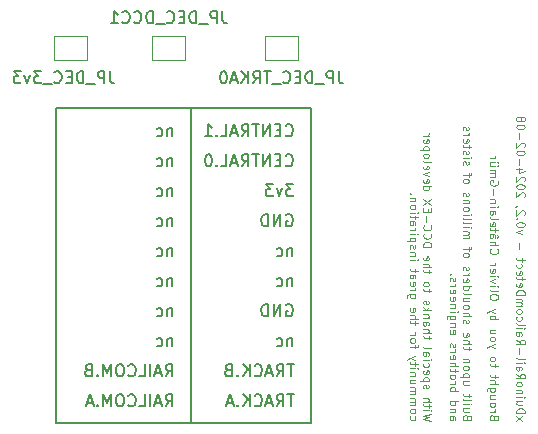
<source format=gbr>
%TF.GenerationSoftware,KiCad,Pcbnew,8.0.0-rc2-358-gd9abaa23a4*%
%TF.CreationDate,2024-02-08T19:09:11+01:00*%
%TF.ProjectId,xDuinoRail-Breakout-RailcomDetect,78447569-6e6f-4526-9169-6c2d42726561,rev?*%
%TF.SameCoordinates,Original*%
%TF.FileFunction,Legend,Bot*%
%TF.FilePolarity,Positive*%
%FSLAX46Y46*%
G04 Gerber Fmt 4.6, Leading zero omitted, Abs format (unit mm)*
G04 Created by KiCad (PCBNEW 8.0.0-rc2-358-gd9abaa23a4) date 2024-02-08 19:09:11*
%MOMM*%
%LPD*%
G01*
G04 APERTURE LIST*
%ADD10C,0.150000*%
%ADD11C,0.125000*%
%ADD12C,0.120000*%
G04 APERTURE END LIST*
D10*
X153670000Y-115570000D02*
X153670000Y-88900000D01*
X142240000Y-88900000D02*
X163830000Y-88900000D01*
X163830000Y-115570000D01*
X142240000Y-115570000D01*
X142240000Y-88900000D01*
X161651792Y-91214580D02*
X161699411Y-91262200D01*
X161699411Y-91262200D02*
X161842268Y-91309819D01*
X161842268Y-91309819D02*
X161937506Y-91309819D01*
X161937506Y-91309819D02*
X162080363Y-91262200D01*
X162080363Y-91262200D02*
X162175601Y-91166961D01*
X162175601Y-91166961D02*
X162223220Y-91071723D01*
X162223220Y-91071723D02*
X162270839Y-90881247D01*
X162270839Y-90881247D02*
X162270839Y-90738390D01*
X162270839Y-90738390D02*
X162223220Y-90547914D01*
X162223220Y-90547914D02*
X162175601Y-90452676D01*
X162175601Y-90452676D02*
X162080363Y-90357438D01*
X162080363Y-90357438D02*
X161937506Y-90309819D01*
X161937506Y-90309819D02*
X161842268Y-90309819D01*
X161842268Y-90309819D02*
X161699411Y-90357438D01*
X161699411Y-90357438D02*
X161651792Y-90405057D01*
X161223220Y-90786009D02*
X160889887Y-90786009D01*
X160747030Y-91309819D02*
X161223220Y-91309819D01*
X161223220Y-91309819D02*
X161223220Y-90309819D01*
X161223220Y-90309819D02*
X160747030Y-90309819D01*
X160318458Y-91309819D02*
X160318458Y-90309819D01*
X160318458Y-90309819D02*
X159747030Y-91309819D01*
X159747030Y-91309819D02*
X159747030Y-90309819D01*
X159413696Y-90309819D02*
X158842268Y-90309819D01*
X159127982Y-91309819D02*
X159127982Y-90309819D01*
X157937506Y-91309819D02*
X158270839Y-90833628D01*
X158508934Y-91309819D02*
X158508934Y-90309819D01*
X158508934Y-90309819D02*
X158127982Y-90309819D01*
X158127982Y-90309819D02*
X158032744Y-90357438D01*
X158032744Y-90357438D02*
X157985125Y-90405057D01*
X157985125Y-90405057D02*
X157937506Y-90500295D01*
X157937506Y-90500295D02*
X157937506Y-90643152D01*
X157937506Y-90643152D02*
X157985125Y-90738390D01*
X157985125Y-90738390D02*
X158032744Y-90786009D01*
X158032744Y-90786009D02*
X158127982Y-90833628D01*
X158127982Y-90833628D02*
X158508934Y-90833628D01*
X157556553Y-91024104D02*
X157080363Y-91024104D01*
X157651791Y-91309819D02*
X157318458Y-90309819D01*
X157318458Y-90309819D02*
X156985125Y-91309819D01*
X156175601Y-91309819D02*
X156651791Y-91309819D01*
X156651791Y-91309819D02*
X156651791Y-90309819D01*
X155842267Y-91214580D02*
X155794648Y-91262200D01*
X155794648Y-91262200D02*
X155842267Y-91309819D01*
X155842267Y-91309819D02*
X155889886Y-91262200D01*
X155889886Y-91262200D02*
X155842267Y-91214580D01*
X155842267Y-91214580D02*
X155842267Y-91309819D01*
X154842268Y-91309819D02*
X155413696Y-91309819D01*
X155127982Y-91309819D02*
X155127982Y-90309819D01*
X155127982Y-90309819D02*
X155223220Y-90452676D01*
X155223220Y-90452676D02*
X155318458Y-90547914D01*
X155318458Y-90547914D02*
X155413696Y-90595533D01*
X162366077Y-113169819D02*
X161794649Y-113169819D01*
X162080363Y-114169819D02*
X162080363Y-113169819D01*
X160889887Y-114169819D02*
X161223220Y-113693628D01*
X161461315Y-114169819D02*
X161461315Y-113169819D01*
X161461315Y-113169819D02*
X161080363Y-113169819D01*
X161080363Y-113169819D02*
X160985125Y-113217438D01*
X160985125Y-113217438D02*
X160937506Y-113265057D01*
X160937506Y-113265057D02*
X160889887Y-113360295D01*
X160889887Y-113360295D02*
X160889887Y-113503152D01*
X160889887Y-113503152D02*
X160937506Y-113598390D01*
X160937506Y-113598390D02*
X160985125Y-113646009D01*
X160985125Y-113646009D02*
X161080363Y-113693628D01*
X161080363Y-113693628D02*
X161461315Y-113693628D01*
X160508934Y-113884104D02*
X160032744Y-113884104D01*
X160604172Y-114169819D02*
X160270839Y-113169819D01*
X160270839Y-113169819D02*
X159937506Y-114169819D01*
X159032744Y-114074580D02*
X159080363Y-114122200D01*
X159080363Y-114122200D02*
X159223220Y-114169819D01*
X159223220Y-114169819D02*
X159318458Y-114169819D01*
X159318458Y-114169819D02*
X159461315Y-114122200D01*
X159461315Y-114122200D02*
X159556553Y-114026961D01*
X159556553Y-114026961D02*
X159604172Y-113931723D01*
X159604172Y-113931723D02*
X159651791Y-113741247D01*
X159651791Y-113741247D02*
X159651791Y-113598390D01*
X159651791Y-113598390D02*
X159604172Y-113407914D01*
X159604172Y-113407914D02*
X159556553Y-113312676D01*
X159556553Y-113312676D02*
X159461315Y-113217438D01*
X159461315Y-113217438D02*
X159318458Y-113169819D01*
X159318458Y-113169819D02*
X159223220Y-113169819D01*
X159223220Y-113169819D02*
X159080363Y-113217438D01*
X159080363Y-113217438D02*
X159032744Y-113265057D01*
X158604172Y-114169819D02*
X158604172Y-113169819D01*
X158032744Y-114169819D02*
X158461315Y-113598390D01*
X158032744Y-113169819D02*
X158604172Y-113741247D01*
X157604172Y-114074580D02*
X157556553Y-114122200D01*
X157556553Y-114122200D02*
X157604172Y-114169819D01*
X157604172Y-114169819D02*
X157651791Y-114122200D01*
X157651791Y-114122200D02*
X157604172Y-114074580D01*
X157604172Y-114074580D02*
X157604172Y-114169819D01*
X157175601Y-113884104D02*
X156699411Y-113884104D01*
X157270839Y-114169819D02*
X156937506Y-113169819D01*
X156937506Y-113169819D02*
X156604173Y-114169819D01*
X151491792Y-114169819D02*
X151825125Y-113693628D01*
X152063220Y-114169819D02*
X152063220Y-113169819D01*
X152063220Y-113169819D02*
X151682268Y-113169819D01*
X151682268Y-113169819D02*
X151587030Y-113217438D01*
X151587030Y-113217438D02*
X151539411Y-113265057D01*
X151539411Y-113265057D02*
X151491792Y-113360295D01*
X151491792Y-113360295D02*
X151491792Y-113503152D01*
X151491792Y-113503152D02*
X151539411Y-113598390D01*
X151539411Y-113598390D02*
X151587030Y-113646009D01*
X151587030Y-113646009D02*
X151682268Y-113693628D01*
X151682268Y-113693628D02*
X152063220Y-113693628D01*
X151110839Y-113884104D02*
X150634649Y-113884104D01*
X151206077Y-114169819D02*
X150872744Y-113169819D01*
X150872744Y-113169819D02*
X150539411Y-114169819D01*
X150206077Y-114169819D02*
X150206077Y-113169819D01*
X149253697Y-114169819D02*
X149729887Y-114169819D01*
X149729887Y-114169819D02*
X149729887Y-113169819D01*
X148348935Y-114074580D02*
X148396554Y-114122200D01*
X148396554Y-114122200D02*
X148539411Y-114169819D01*
X148539411Y-114169819D02*
X148634649Y-114169819D01*
X148634649Y-114169819D02*
X148777506Y-114122200D01*
X148777506Y-114122200D02*
X148872744Y-114026961D01*
X148872744Y-114026961D02*
X148920363Y-113931723D01*
X148920363Y-113931723D02*
X148967982Y-113741247D01*
X148967982Y-113741247D02*
X148967982Y-113598390D01*
X148967982Y-113598390D02*
X148920363Y-113407914D01*
X148920363Y-113407914D02*
X148872744Y-113312676D01*
X148872744Y-113312676D02*
X148777506Y-113217438D01*
X148777506Y-113217438D02*
X148634649Y-113169819D01*
X148634649Y-113169819D02*
X148539411Y-113169819D01*
X148539411Y-113169819D02*
X148396554Y-113217438D01*
X148396554Y-113217438D02*
X148348935Y-113265057D01*
X147729887Y-113169819D02*
X147539411Y-113169819D01*
X147539411Y-113169819D02*
X147444173Y-113217438D01*
X147444173Y-113217438D02*
X147348935Y-113312676D01*
X147348935Y-113312676D02*
X147301316Y-113503152D01*
X147301316Y-113503152D02*
X147301316Y-113836485D01*
X147301316Y-113836485D02*
X147348935Y-114026961D01*
X147348935Y-114026961D02*
X147444173Y-114122200D01*
X147444173Y-114122200D02*
X147539411Y-114169819D01*
X147539411Y-114169819D02*
X147729887Y-114169819D01*
X147729887Y-114169819D02*
X147825125Y-114122200D01*
X147825125Y-114122200D02*
X147920363Y-114026961D01*
X147920363Y-114026961D02*
X147967982Y-113836485D01*
X147967982Y-113836485D02*
X147967982Y-113503152D01*
X147967982Y-113503152D02*
X147920363Y-113312676D01*
X147920363Y-113312676D02*
X147825125Y-113217438D01*
X147825125Y-113217438D02*
X147729887Y-113169819D01*
X146872744Y-114169819D02*
X146872744Y-113169819D01*
X146872744Y-113169819D02*
X146539411Y-113884104D01*
X146539411Y-113884104D02*
X146206078Y-113169819D01*
X146206078Y-113169819D02*
X146206078Y-114169819D01*
X145729887Y-114074580D02*
X145682268Y-114122200D01*
X145682268Y-114122200D02*
X145729887Y-114169819D01*
X145729887Y-114169819D02*
X145777506Y-114122200D01*
X145777506Y-114122200D02*
X145729887Y-114074580D01*
X145729887Y-114074580D02*
X145729887Y-114169819D01*
X145301316Y-113884104D02*
X144825126Y-113884104D01*
X145396554Y-114169819D02*
X145063221Y-113169819D01*
X145063221Y-113169819D02*
X144729888Y-114169819D01*
X152063220Y-103343152D02*
X152063220Y-104009819D01*
X152063220Y-103438390D02*
X152015601Y-103390771D01*
X152015601Y-103390771D02*
X151920363Y-103343152D01*
X151920363Y-103343152D02*
X151777506Y-103343152D01*
X151777506Y-103343152D02*
X151682268Y-103390771D01*
X151682268Y-103390771D02*
X151634649Y-103486009D01*
X151634649Y-103486009D02*
X151634649Y-104009819D01*
X150729887Y-103962200D02*
X150825125Y-104009819D01*
X150825125Y-104009819D02*
X151015601Y-104009819D01*
X151015601Y-104009819D02*
X151110839Y-103962200D01*
X151110839Y-103962200D02*
X151158458Y-103914580D01*
X151158458Y-103914580D02*
X151206077Y-103819342D01*
X151206077Y-103819342D02*
X151206077Y-103533628D01*
X151206077Y-103533628D02*
X151158458Y-103438390D01*
X151158458Y-103438390D02*
X151110839Y-103390771D01*
X151110839Y-103390771D02*
X151015601Y-103343152D01*
X151015601Y-103343152D02*
X150825125Y-103343152D01*
X150825125Y-103343152D02*
X150729887Y-103390771D01*
X152063220Y-100803152D02*
X152063220Y-101469819D01*
X152063220Y-100898390D02*
X152015601Y-100850771D01*
X152015601Y-100850771D02*
X151920363Y-100803152D01*
X151920363Y-100803152D02*
X151777506Y-100803152D01*
X151777506Y-100803152D02*
X151682268Y-100850771D01*
X151682268Y-100850771D02*
X151634649Y-100946009D01*
X151634649Y-100946009D02*
X151634649Y-101469819D01*
X150729887Y-101422200D02*
X150825125Y-101469819D01*
X150825125Y-101469819D02*
X151015601Y-101469819D01*
X151015601Y-101469819D02*
X151110839Y-101422200D01*
X151110839Y-101422200D02*
X151158458Y-101374580D01*
X151158458Y-101374580D02*
X151206077Y-101279342D01*
X151206077Y-101279342D02*
X151206077Y-100993628D01*
X151206077Y-100993628D02*
X151158458Y-100898390D01*
X151158458Y-100898390D02*
X151110839Y-100850771D01*
X151110839Y-100850771D02*
X151015601Y-100803152D01*
X151015601Y-100803152D02*
X150825125Y-100803152D01*
X150825125Y-100803152D02*
X150729887Y-100850771D01*
X161651792Y-93754580D02*
X161699411Y-93802200D01*
X161699411Y-93802200D02*
X161842268Y-93849819D01*
X161842268Y-93849819D02*
X161937506Y-93849819D01*
X161937506Y-93849819D02*
X162080363Y-93802200D01*
X162080363Y-93802200D02*
X162175601Y-93706961D01*
X162175601Y-93706961D02*
X162223220Y-93611723D01*
X162223220Y-93611723D02*
X162270839Y-93421247D01*
X162270839Y-93421247D02*
X162270839Y-93278390D01*
X162270839Y-93278390D02*
X162223220Y-93087914D01*
X162223220Y-93087914D02*
X162175601Y-92992676D01*
X162175601Y-92992676D02*
X162080363Y-92897438D01*
X162080363Y-92897438D02*
X161937506Y-92849819D01*
X161937506Y-92849819D02*
X161842268Y-92849819D01*
X161842268Y-92849819D02*
X161699411Y-92897438D01*
X161699411Y-92897438D02*
X161651792Y-92945057D01*
X161223220Y-93326009D02*
X160889887Y-93326009D01*
X160747030Y-93849819D02*
X161223220Y-93849819D01*
X161223220Y-93849819D02*
X161223220Y-92849819D01*
X161223220Y-92849819D02*
X160747030Y-92849819D01*
X160318458Y-93849819D02*
X160318458Y-92849819D01*
X160318458Y-92849819D02*
X159747030Y-93849819D01*
X159747030Y-93849819D02*
X159747030Y-92849819D01*
X159413696Y-92849819D02*
X158842268Y-92849819D01*
X159127982Y-93849819D02*
X159127982Y-92849819D01*
X157937506Y-93849819D02*
X158270839Y-93373628D01*
X158508934Y-93849819D02*
X158508934Y-92849819D01*
X158508934Y-92849819D02*
X158127982Y-92849819D01*
X158127982Y-92849819D02*
X158032744Y-92897438D01*
X158032744Y-92897438D02*
X157985125Y-92945057D01*
X157985125Y-92945057D02*
X157937506Y-93040295D01*
X157937506Y-93040295D02*
X157937506Y-93183152D01*
X157937506Y-93183152D02*
X157985125Y-93278390D01*
X157985125Y-93278390D02*
X158032744Y-93326009D01*
X158032744Y-93326009D02*
X158127982Y-93373628D01*
X158127982Y-93373628D02*
X158508934Y-93373628D01*
X157556553Y-93564104D02*
X157080363Y-93564104D01*
X157651791Y-93849819D02*
X157318458Y-92849819D01*
X157318458Y-92849819D02*
X156985125Y-93849819D01*
X156175601Y-93849819D02*
X156651791Y-93849819D01*
X156651791Y-93849819D02*
X156651791Y-92849819D01*
X155842267Y-93754580D02*
X155794648Y-93802200D01*
X155794648Y-93802200D02*
X155842267Y-93849819D01*
X155842267Y-93849819D02*
X155889886Y-93802200D01*
X155889886Y-93802200D02*
X155842267Y-93754580D01*
X155842267Y-93754580D02*
X155842267Y-93849819D01*
X155175601Y-92849819D02*
X155080363Y-92849819D01*
X155080363Y-92849819D02*
X154985125Y-92897438D01*
X154985125Y-92897438D02*
X154937506Y-92945057D01*
X154937506Y-92945057D02*
X154889887Y-93040295D01*
X154889887Y-93040295D02*
X154842268Y-93230771D01*
X154842268Y-93230771D02*
X154842268Y-93468866D01*
X154842268Y-93468866D02*
X154889887Y-93659342D01*
X154889887Y-93659342D02*
X154937506Y-93754580D01*
X154937506Y-93754580D02*
X154985125Y-93802200D01*
X154985125Y-93802200D02*
X155080363Y-93849819D01*
X155080363Y-93849819D02*
X155175601Y-93849819D01*
X155175601Y-93849819D02*
X155270839Y-93802200D01*
X155270839Y-93802200D02*
X155318458Y-93754580D01*
X155318458Y-93754580D02*
X155366077Y-93659342D01*
X155366077Y-93659342D02*
X155413696Y-93468866D01*
X155413696Y-93468866D02*
X155413696Y-93230771D01*
X155413696Y-93230771D02*
X155366077Y-93040295D01*
X155366077Y-93040295D02*
X155318458Y-92945057D01*
X155318458Y-92945057D02*
X155270839Y-92897438D01*
X155270839Y-92897438D02*
X155175601Y-92849819D01*
X152063220Y-90643152D02*
X152063220Y-91309819D01*
X152063220Y-90738390D02*
X152015601Y-90690771D01*
X152015601Y-90690771D02*
X151920363Y-90643152D01*
X151920363Y-90643152D02*
X151777506Y-90643152D01*
X151777506Y-90643152D02*
X151682268Y-90690771D01*
X151682268Y-90690771D02*
X151634649Y-90786009D01*
X151634649Y-90786009D02*
X151634649Y-91309819D01*
X150729887Y-91262200D02*
X150825125Y-91309819D01*
X150825125Y-91309819D02*
X151015601Y-91309819D01*
X151015601Y-91309819D02*
X151110839Y-91262200D01*
X151110839Y-91262200D02*
X151158458Y-91214580D01*
X151158458Y-91214580D02*
X151206077Y-91119342D01*
X151206077Y-91119342D02*
X151206077Y-90833628D01*
X151206077Y-90833628D02*
X151158458Y-90738390D01*
X151158458Y-90738390D02*
X151110839Y-90690771D01*
X151110839Y-90690771D02*
X151015601Y-90643152D01*
X151015601Y-90643152D02*
X150825125Y-90643152D01*
X150825125Y-90643152D02*
X150729887Y-90690771D01*
X162366077Y-110629819D02*
X161794649Y-110629819D01*
X162080363Y-111629819D02*
X162080363Y-110629819D01*
X160889887Y-111629819D02*
X161223220Y-111153628D01*
X161461315Y-111629819D02*
X161461315Y-110629819D01*
X161461315Y-110629819D02*
X161080363Y-110629819D01*
X161080363Y-110629819D02*
X160985125Y-110677438D01*
X160985125Y-110677438D02*
X160937506Y-110725057D01*
X160937506Y-110725057D02*
X160889887Y-110820295D01*
X160889887Y-110820295D02*
X160889887Y-110963152D01*
X160889887Y-110963152D02*
X160937506Y-111058390D01*
X160937506Y-111058390D02*
X160985125Y-111106009D01*
X160985125Y-111106009D02*
X161080363Y-111153628D01*
X161080363Y-111153628D02*
X161461315Y-111153628D01*
X160508934Y-111344104D02*
X160032744Y-111344104D01*
X160604172Y-111629819D02*
X160270839Y-110629819D01*
X160270839Y-110629819D02*
X159937506Y-111629819D01*
X159032744Y-111534580D02*
X159080363Y-111582200D01*
X159080363Y-111582200D02*
X159223220Y-111629819D01*
X159223220Y-111629819D02*
X159318458Y-111629819D01*
X159318458Y-111629819D02*
X159461315Y-111582200D01*
X159461315Y-111582200D02*
X159556553Y-111486961D01*
X159556553Y-111486961D02*
X159604172Y-111391723D01*
X159604172Y-111391723D02*
X159651791Y-111201247D01*
X159651791Y-111201247D02*
X159651791Y-111058390D01*
X159651791Y-111058390D02*
X159604172Y-110867914D01*
X159604172Y-110867914D02*
X159556553Y-110772676D01*
X159556553Y-110772676D02*
X159461315Y-110677438D01*
X159461315Y-110677438D02*
X159318458Y-110629819D01*
X159318458Y-110629819D02*
X159223220Y-110629819D01*
X159223220Y-110629819D02*
X159080363Y-110677438D01*
X159080363Y-110677438D02*
X159032744Y-110725057D01*
X158604172Y-111629819D02*
X158604172Y-110629819D01*
X158032744Y-111629819D02*
X158461315Y-111058390D01*
X158032744Y-110629819D02*
X158604172Y-111201247D01*
X157604172Y-111534580D02*
X157556553Y-111582200D01*
X157556553Y-111582200D02*
X157604172Y-111629819D01*
X157604172Y-111629819D02*
X157651791Y-111582200D01*
X157651791Y-111582200D02*
X157604172Y-111534580D01*
X157604172Y-111534580D02*
X157604172Y-111629819D01*
X156794649Y-111106009D02*
X156651792Y-111153628D01*
X156651792Y-111153628D02*
X156604173Y-111201247D01*
X156604173Y-111201247D02*
X156556554Y-111296485D01*
X156556554Y-111296485D02*
X156556554Y-111439342D01*
X156556554Y-111439342D02*
X156604173Y-111534580D01*
X156604173Y-111534580D02*
X156651792Y-111582200D01*
X156651792Y-111582200D02*
X156747030Y-111629819D01*
X156747030Y-111629819D02*
X157127982Y-111629819D01*
X157127982Y-111629819D02*
X157127982Y-110629819D01*
X157127982Y-110629819D02*
X156794649Y-110629819D01*
X156794649Y-110629819D02*
X156699411Y-110677438D01*
X156699411Y-110677438D02*
X156651792Y-110725057D01*
X156651792Y-110725057D02*
X156604173Y-110820295D01*
X156604173Y-110820295D02*
X156604173Y-110915533D01*
X156604173Y-110915533D02*
X156651792Y-111010771D01*
X156651792Y-111010771D02*
X156699411Y-111058390D01*
X156699411Y-111058390D02*
X156794649Y-111106009D01*
X156794649Y-111106009D02*
X157127982Y-111106009D01*
D11*
X181192854Y-115387764D02*
X181659521Y-115021097D01*
X181659521Y-115387764D02*
X181192854Y-115021097D01*
X181192854Y-114754430D02*
X181892854Y-114754430D01*
X181892854Y-114754430D02*
X181892854Y-114587763D01*
X181892854Y-114587763D02*
X181859521Y-114487763D01*
X181859521Y-114487763D02*
X181792854Y-114421097D01*
X181792854Y-114421097D02*
X181726188Y-114387763D01*
X181726188Y-114387763D02*
X181592854Y-114354430D01*
X181592854Y-114354430D02*
X181492854Y-114354430D01*
X181492854Y-114354430D02*
X181359521Y-114387763D01*
X181359521Y-114387763D02*
X181292854Y-114421097D01*
X181292854Y-114421097D02*
X181226188Y-114487763D01*
X181226188Y-114487763D02*
X181192854Y-114587763D01*
X181192854Y-114587763D02*
X181192854Y-114754430D01*
X181659521Y-113754430D02*
X181192854Y-113754430D01*
X181659521Y-114054430D02*
X181292854Y-114054430D01*
X181292854Y-114054430D02*
X181226188Y-114021097D01*
X181226188Y-114021097D02*
X181192854Y-113954430D01*
X181192854Y-113954430D02*
X181192854Y-113854430D01*
X181192854Y-113854430D02*
X181226188Y-113787763D01*
X181226188Y-113787763D02*
X181259521Y-113754430D01*
X181192854Y-113421097D02*
X181659521Y-113421097D01*
X181892854Y-113421097D02*
X181859521Y-113454430D01*
X181859521Y-113454430D02*
X181826188Y-113421097D01*
X181826188Y-113421097D02*
X181859521Y-113387764D01*
X181859521Y-113387764D02*
X181892854Y-113421097D01*
X181892854Y-113421097D02*
X181826188Y-113421097D01*
X181659521Y-113087764D02*
X181192854Y-113087764D01*
X181592854Y-113087764D02*
X181626188Y-113054431D01*
X181626188Y-113054431D02*
X181659521Y-112987764D01*
X181659521Y-112987764D02*
X181659521Y-112887764D01*
X181659521Y-112887764D02*
X181626188Y-112821097D01*
X181626188Y-112821097D02*
X181559521Y-112787764D01*
X181559521Y-112787764D02*
X181192854Y-112787764D01*
X181192854Y-112354431D02*
X181226188Y-112421098D01*
X181226188Y-112421098D02*
X181259521Y-112454431D01*
X181259521Y-112454431D02*
X181326188Y-112487764D01*
X181326188Y-112487764D02*
X181526188Y-112487764D01*
X181526188Y-112487764D02*
X181592854Y-112454431D01*
X181592854Y-112454431D02*
X181626188Y-112421098D01*
X181626188Y-112421098D02*
X181659521Y-112354431D01*
X181659521Y-112354431D02*
X181659521Y-112254431D01*
X181659521Y-112254431D02*
X181626188Y-112187764D01*
X181626188Y-112187764D02*
X181592854Y-112154431D01*
X181592854Y-112154431D02*
X181526188Y-112121098D01*
X181526188Y-112121098D02*
X181326188Y-112121098D01*
X181326188Y-112121098D02*
X181259521Y-112154431D01*
X181259521Y-112154431D02*
X181226188Y-112187764D01*
X181226188Y-112187764D02*
X181192854Y-112254431D01*
X181192854Y-112254431D02*
X181192854Y-112354431D01*
X181192854Y-111421098D02*
X181526188Y-111654431D01*
X181192854Y-111821098D02*
X181892854Y-111821098D01*
X181892854Y-111821098D02*
X181892854Y-111554431D01*
X181892854Y-111554431D02*
X181859521Y-111487765D01*
X181859521Y-111487765D02*
X181826188Y-111454431D01*
X181826188Y-111454431D02*
X181759521Y-111421098D01*
X181759521Y-111421098D02*
X181659521Y-111421098D01*
X181659521Y-111421098D02*
X181592854Y-111454431D01*
X181592854Y-111454431D02*
X181559521Y-111487765D01*
X181559521Y-111487765D02*
X181526188Y-111554431D01*
X181526188Y-111554431D02*
X181526188Y-111821098D01*
X181192854Y-110821098D02*
X181559521Y-110821098D01*
X181559521Y-110821098D02*
X181626188Y-110854431D01*
X181626188Y-110854431D02*
X181659521Y-110921098D01*
X181659521Y-110921098D02*
X181659521Y-111054431D01*
X181659521Y-111054431D02*
X181626188Y-111121098D01*
X181226188Y-110821098D02*
X181192854Y-110887765D01*
X181192854Y-110887765D02*
X181192854Y-111054431D01*
X181192854Y-111054431D02*
X181226188Y-111121098D01*
X181226188Y-111121098D02*
X181292854Y-111154431D01*
X181292854Y-111154431D02*
X181359521Y-111154431D01*
X181359521Y-111154431D02*
X181426188Y-111121098D01*
X181426188Y-111121098D02*
X181459521Y-111054431D01*
X181459521Y-111054431D02*
X181459521Y-110887765D01*
X181459521Y-110887765D02*
X181492854Y-110821098D01*
X181192854Y-110487765D02*
X181659521Y-110487765D01*
X181892854Y-110487765D02*
X181859521Y-110521098D01*
X181859521Y-110521098D02*
X181826188Y-110487765D01*
X181826188Y-110487765D02*
X181859521Y-110454432D01*
X181859521Y-110454432D02*
X181892854Y-110487765D01*
X181892854Y-110487765D02*
X181826188Y-110487765D01*
X181192854Y-110054432D02*
X181226188Y-110121099D01*
X181226188Y-110121099D02*
X181292854Y-110154432D01*
X181292854Y-110154432D02*
X181892854Y-110154432D01*
X181459521Y-109787765D02*
X181459521Y-109254432D01*
X181192854Y-108521098D02*
X181526188Y-108754431D01*
X181192854Y-108921098D02*
X181892854Y-108921098D01*
X181892854Y-108921098D02*
X181892854Y-108654431D01*
X181892854Y-108654431D02*
X181859521Y-108587765D01*
X181859521Y-108587765D02*
X181826188Y-108554431D01*
X181826188Y-108554431D02*
X181759521Y-108521098D01*
X181759521Y-108521098D02*
X181659521Y-108521098D01*
X181659521Y-108521098D02*
X181592854Y-108554431D01*
X181592854Y-108554431D02*
X181559521Y-108587765D01*
X181559521Y-108587765D02*
X181526188Y-108654431D01*
X181526188Y-108654431D02*
X181526188Y-108921098D01*
X181192854Y-107921098D02*
X181559521Y-107921098D01*
X181559521Y-107921098D02*
X181626188Y-107954431D01*
X181626188Y-107954431D02*
X181659521Y-108021098D01*
X181659521Y-108021098D02*
X181659521Y-108154431D01*
X181659521Y-108154431D02*
X181626188Y-108221098D01*
X181226188Y-107921098D02*
X181192854Y-107987765D01*
X181192854Y-107987765D02*
X181192854Y-108154431D01*
X181192854Y-108154431D02*
X181226188Y-108221098D01*
X181226188Y-108221098D02*
X181292854Y-108254431D01*
X181292854Y-108254431D02*
X181359521Y-108254431D01*
X181359521Y-108254431D02*
X181426188Y-108221098D01*
X181426188Y-108221098D02*
X181459521Y-108154431D01*
X181459521Y-108154431D02*
X181459521Y-107987765D01*
X181459521Y-107987765D02*
X181492854Y-107921098D01*
X181192854Y-107587765D02*
X181659521Y-107587765D01*
X181892854Y-107587765D02*
X181859521Y-107621098D01*
X181859521Y-107621098D02*
X181826188Y-107587765D01*
X181826188Y-107587765D02*
X181859521Y-107554432D01*
X181859521Y-107554432D02*
X181892854Y-107587765D01*
X181892854Y-107587765D02*
X181826188Y-107587765D01*
X181192854Y-107154432D02*
X181226188Y-107221099D01*
X181226188Y-107221099D02*
X181292854Y-107254432D01*
X181292854Y-107254432D02*
X181892854Y-107254432D01*
X181226188Y-106587765D02*
X181192854Y-106654432D01*
X181192854Y-106654432D02*
X181192854Y-106787765D01*
X181192854Y-106787765D02*
X181226188Y-106854432D01*
X181226188Y-106854432D02*
X181259521Y-106887765D01*
X181259521Y-106887765D02*
X181326188Y-106921098D01*
X181326188Y-106921098D02*
X181526188Y-106921098D01*
X181526188Y-106921098D02*
X181592854Y-106887765D01*
X181592854Y-106887765D02*
X181626188Y-106854432D01*
X181626188Y-106854432D02*
X181659521Y-106787765D01*
X181659521Y-106787765D02*
X181659521Y-106654432D01*
X181659521Y-106654432D02*
X181626188Y-106587765D01*
X181192854Y-106187765D02*
X181226188Y-106254432D01*
X181226188Y-106254432D02*
X181259521Y-106287765D01*
X181259521Y-106287765D02*
X181326188Y-106321098D01*
X181326188Y-106321098D02*
X181526188Y-106321098D01*
X181526188Y-106321098D02*
X181592854Y-106287765D01*
X181592854Y-106287765D02*
X181626188Y-106254432D01*
X181626188Y-106254432D02*
X181659521Y-106187765D01*
X181659521Y-106187765D02*
X181659521Y-106087765D01*
X181659521Y-106087765D02*
X181626188Y-106021098D01*
X181626188Y-106021098D02*
X181592854Y-105987765D01*
X181592854Y-105987765D02*
X181526188Y-105954432D01*
X181526188Y-105954432D02*
X181326188Y-105954432D01*
X181326188Y-105954432D02*
X181259521Y-105987765D01*
X181259521Y-105987765D02*
X181226188Y-106021098D01*
X181226188Y-106021098D02*
X181192854Y-106087765D01*
X181192854Y-106087765D02*
X181192854Y-106187765D01*
X181192854Y-105654432D02*
X181659521Y-105654432D01*
X181592854Y-105654432D02*
X181626188Y-105621099D01*
X181626188Y-105621099D02*
X181659521Y-105554432D01*
X181659521Y-105554432D02*
X181659521Y-105454432D01*
X181659521Y-105454432D02*
X181626188Y-105387765D01*
X181626188Y-105387765D02*
X181559521Y-105354432D01*
X181559521Y-105354432D02*
X181192854Y-105354432D01*
X181559521Y-105354432D02*
X181626188Y-105321099D01*
X181626188Y-105321099D02*
X181659521Y-105254432D01*
X181659521Y-105254432D02*
X181659521Y-105154432D01*
X181659521Y-105154432D02*
X181626188Y-105087765D01*
X181626188Y-105087765D02*
X181559521Y-105054432D01*
X181559521Y-105054432D02*
X181192854Y-105054432D01*
X181192854Y-104721099D02*
X181892854Y-104721099D01*
X181892854Y-104721099D02*
X181892854Y-104554432D01*
X181892854Y-104554432D02*
X181859521Y-104454432D01*
X181859521Y-104454432D02*
X181792854Y-104387766D01*
X181792854Y-104387766D02*
X181726188Y-104354432D01*
X181726188Y-104354432D02*
X181592854Y-104321099D01*
X181592854Y-104321099D02*
X181492854Y-104321099D01*
X181492854Y-104321099D02*
X181359521Y-104354432D01*
X181359521Y-104354432D02*
X181292854Y-104387766D01*
X181292854Y-104387766D02*
X181226188Y-104454432D01*
X181226188Y-104454432D02*
X181192854Y-104554432D01*
X181192854Y-104554432D02*
X181192854Y-104721099D01*
X181226188Y-103754432D02*
X181192854Y-103821099D01*
X181192854Y-103821099D02*
X181192854Y-103954432D01*
X181192854Y-103954432D02*
X181226188Y-104021099D01*
X181226188Y-104021099D02*
X181292854Y-104054432D01*
X181292854Y-104054432D02*
X181559521Y-104054432D01*
X181559521Y-104054432D02*
X181626188Y-104021099D01*
X181626188Y-104021099D02*
X181659521Y-103954432D01*
X181659521Y-103954432D02*
X181659521Y-103821099D01*
X181659521Y-103821099D02*
X181626188Y-103754432D01*
X181626188Y-103754432D02*
X181559521Y-103721099D01*
X181559521Y-103721099D02*
X181492854Y-103721099D01*
X181492854Y-103721099D02*
X181426188Y-104054432D01*
X181659521Y-103521099D02*
X181659521Y-103254432D01*
X181892854Y-103421099D02*
X181292854Y-103421099D01*
X181292854Y-103421099D02*
X181226188Y-103387766D01*
X181226188Y-103387766D02*
X181192854Y-103321099D01*
X181192854Y-103321099D02*
X181192854Y-103254432D01*
X181226188Y-102754432D02*
X181192854Y-102821099D01*
X181192854Y-102821099D02*
X181192854Y-102954432D01*
X181192854Y-102954432D02*
X181226188Y-103021099D01*
X181226188Y-103021099D02*
X181292854Y-103054432D01*
X181292854Y-103054432D02*
X181559521Y-103054432D01*
X181559521Y-103054432D02*
X181626188Y-103021099D01*
X181626188Y-103021099D02*
X181659521Y-102954432D01*
X181659521Y-102954432D02*
X181659521Y-102821099D01*
X181659521Y-102821099D02*
X181626188Y-102754432D01*
X181626188Y-102754432D02*
X181559521Y-102721099D01*
X181559521Y-102721099D02*
X181492854Y-102721099D01*
X181492854Y-102721099D02*
X181426188Y-103054432D01*
X181226188Y-102121099D02*
X181192854Y-102187766D01*
X181192854Y-102187766D02*
X181192854Y-102321099D01*
X181192854Y-102321099D02*
X181226188Y-102387766D01*
X181226188Y-102387766D02*
X181259521Y-102421099D01*
X181259521Y-102421099D02*
X181326188Y-102454432D01*
X181326188Y-102454432D02*
X181526188Y-102454432D01*
X181526188Y-102454432D02*
X181592854Y-102421099D01*
X181592854Y-102421099D02*
X181626188Y-102387766D01*
X181626188Y-102387766D02*
X181659521Y-102321099D01*
X181659521Y-102321099D02*
X181659521Y-102187766D01*
X181659521Y-102187766D02*
X181626188Y-102121099D01*
X181659521Y-101921099D02*
X181659521Y-101654432D01*
X181892854Y-101821099D02*
X181292854Y-101821099D01*
X181292854Y-101821099D02*
X181226188Y-101787766D01*
X181226188Y-101787766D02*
X181192854Y-101721099D01*
X181192854Y-101721099D02*
X181192854Y-101654432D01*
X181459521Y-100887766D02*
X181459521Y-100354433D01*
X181659521Y-99554433D02*
X181192854Y-99387766D01*
X181192854Y-99387766D02*
X181659521Y-99221099D01*
X181892854Y-98821100D02*
X181892854Y-98754433D01*
X181892854Y-98754433D02*
X181859521Y-98687766D01*
X181859521Y-98687766D02*
X181826188Y-98654433D01*
X181826188Y-98654433D02*
X181759521Y-98621100D01*
X181759521Y-98621100D02*
X181626188Y-98587766D01*
X181626188Y-98587766D02*
X181459521Y-98587766D01*
X181459521Y-98587766D02*
X181326188Y-98621100D01*
X181326188Y-98621100D02*
X181259521Y-98654433D01*
X181259521Y-98654433D02*
X181226188Y-98687766D01*
X181226188Y-98687766D02*
X181192854Y-98754433D01*
X181192854Y-98754433D02*
X181192854Y-98821100D01*
X181192854Y-98821100D02*
X181226188Y-98887766D01*
X181226188Y-98887766D02*
X181259521Y-98921100D01*
X181259521Y-98921100D02*
X181326188Y-98954433D01*
X181326188Y-98954433D02*
X181459521Y-98987766D01*
X181459521Y-98987766D02*
X181626188Y-98987766D01*
X181626188Y-98987766D02*
X181759521Y-98954433D01*
X181759521Y-98954433D02*
X181826188Y-98921100D01*
X181826188Y-98921100D02*
X181859521Y-98887766D01*
X181859521Y-98887766D02*
X181892854Y-98821100D01*
X181259521Y-98287766D02*
X181226188Y-98254433D01*
X181226188Y-98254433D02*
X181192854Y-98287766D01*
X181192854Y-98287766D02*
X181226188Y-98321099D01*
X181226188Y-98321099D02*
X181259521Y-98287766D01*
X181259521Y-98287766D02*
X181192854Y-98287766D01*
X181826188Y-97987766D02*
X181859521Y-97954433D01*
X181859521Y-97954433D02*
X181892854Y-97887766D01*
X181892854Y-97887766D02*
X181892854Y-97721100D01*
X181892854Y-97721100D02*
X181859521Y-97654433D01*
X181859521Y-97654433D02*
X181826188Y-97621100D01*
X181826188Y-97621100D02*
X181759521Y-97587766D01*
X181759521Y-97587766D02*
X181692854Y-97587766D01*
X181692854Y-97587766D02*
X181592854Y-97621100D01*
X181592854Y-97621100D02*
X181192854Y-98021100D01*
X181192854Y-98021100D02*
X181192854Y-97587766D01*
X181226188Y-97254433D02*
X181192854Y-97254433D01*
X181192854Y-97254433D02*
X181126188Y-97287766D01*
X181126188Y-97287766D02*
X181092854Y-97321099D01*
X181826188Y-96454433D02*
X181859521Y-96421100D01*
X181859521Y-96421100D02*
X181892854Y-96354433D01*
X181892854Y-96354433D02*
X181892854Y-96187767D01*
X181892854Y-96187767D02*
X181859521Y-96121100D01*
X181859521Y-96121100D02*
X181826188Y-96087767D01*
X181826188Y-96087767D02*
X181759521Y-96054433D01*
X181759521Y-96054433D02*
X181692854Y-96054433D01*
X181692854Y-96054433D02*
X181592854Y-96087767D01*
X181592854Y-96087767D02*
X181192854Y-96487767D01*
X181192854Y-96487767D02*
X181192854Y-96054433D01*
X181892854Y-95621100D02*
X181892854Y-95554433D01*
X181892854Y-95554433D02*
X181859521Y-95487766D01*
X181859521Y-95487766D02*
X181826188Y-95454433D01*
X181826188Y-95454433D02*
X181759521Y-95421100D01*
X181759521Y-95421100D02*
X181626188Y-95387766D01*
X181626188Y-95387766D02*
X181459521Y-95387766D01*
X181459521Y-95387766D02*
X181326188Y-95421100D01*
X181326188Y-95421100D02*
X181259521Y-95454433D01*
X181259521Y-95454433D02*
X181226188Y-95487766D01*
X181226188Y-95487766D02*
X181192854Y-95554433D01*
X181192854Y-95554433D02*
X181192854Y-95621100D01*
X181192854Y-95621100D02*
X181226188Y-95687766D01*
X181226188Y-95687766D02*
X181259521Y-95721100D01*
X181259521Y-95721100D02*
X181326188Y-95754433D01*
X181326188Y-95754433D02*
X181459521Y-95787766D01*
X181459521Y-95787766D02*
X181626188Y-95787766D01*
X181626188Y-95787766D02*
X181759521Y-95754433D01*
X181759521Y-95754433D02*
X181826188Y-95721100D01*
X181826188Y-95721100D02*
X181859521Y-95687766D01*
X181859521Y-95687766D02*
X181892854Y-95621100D01*
X181826188Y-95121099D02*
X181859521Y-95087766D01*
X181859521Y-95087766D02*
X181892854Y-95021099D01*
X181892854Y-95021099D02*
X181892854Y-94854433D01*
X181892854Y-94854433D02*
X181859521Y-94787766D01*
X181859521Y-94787766D02*
X181826188Y-94754433D01*
X181826188Y-94754433D02*
X181759521Y-94721099D01*
X181759521Y-94721099D02*
X181692854Y-94721099D01*
X181692854Y-94721099D02*
X181592854Y-94754433D01*
X181592854Y-94754433D02*
X181192854Y-95154433D01*
X181192854Y-95154433D02*
X181192854Y-94721099D01*
X181659521Y-94121099D02*
X181192854Y-94121099D01*
X181926188Y-94287766D02*
X181426188Y-94454432D01*
X181426188Y-94454432D02*
X181426188Y-94021099D01*
X181459521Y-93754432D02*
X181459521Y-93221099D01*
X181892854Y-92754432D02*
X181892854Y-92687765D01*
X181892854Y-92687765D02*
X181859521Y-92621098D01*
X181859521Y-92621098D02*
X181826188Y-92587765D01*
X181826188Y-92587765D02*
X181759521Y-92554432D01*
X181759521Y-92554432D02*
X181626188Y-92521098D01*
X181626188Y-92521098D02*
X181459521Y-92521098D01*
X181459521Y-92521098D02*
X181326188Y-92554432D01*
X181326188Y-92554432D02*
X181259521Y-92587765D01*
X181259521Y-92587765D02*
X181226188Y-92621098D01*
X181226188Y-92621098D02*
X181192854Y-92687765D01*
X181192854Y-92687765D02*
X181192854Y-92754432D01*
X181192854Y-92754432D02*
X181226188Y-92821098D01*
X181226188Y-92821098D02*
X181259521Y-92854432D01*
X181259521Y-92854432D02*
X181326188Y-92887765D01*
X181326188Y-92887765D02*
X181459521Y-92921098D01*
X181459521Y-92921098D02*
X181626188Y-92921098D01*
X181626188Y-92921098D02*
X181759521Y-92887765D01*
X181759521Y-92887765D02*
X181826188Y-92854432D01*
X181826188Y-92854432D02*
X181859521Y-92821098D01*
X181859521Y-92821098D02*
X181892854Y-92754432D01*
X181826188Y-92254431D02*
X181859521Y-92221098D01*
X181859521Y-92221098D02*
X181892854Y-92154431D01*
X181892854Y-92154431D02*
X181892854Y-91987765D01*
X181892854Y-91987765D02*
X181859521Y-91921098D01*
X181859521Y-91921098D02*
X181826188Y-91887765D01*
X181826188Y-91887765D02*
X181759521Y-91854431D01*
X181759521Y-91854431D02*
X181692854Y-91854431D01*
X181692854Y-91854431D02*
X181592854Y-91887765D01*
X181592854Y-91887765D02*
X181192854Y-92287765D01*
X181192854Y-92287765D02*
X181192854Y-91854431D01*
X181459521Y-91554431D02*
X181459521Y-91021098D01*
X181892854Y-90554431D02*
X181892854Y-90487764D01*
X181892854Y-90487764D02*
X181859521Y-90421097D01*
X181859521Y-90421097D02*
X181826188Y-90387764D01*
X181826188Y-90387764D02*
X181759521Y-90354431D01*
X181759521Y-90354431D02*
X181626188Y-90321097D01*
X181626188Y-90321097D02*
X181459521Y-90321097D01*
X181459521Y-90321097D02*
X181326188Y-90354431D01*
X181326188Y-90354431D02*
X181259521Y-90387764D01*
X181259521Y-90387764D02*
X181226188Y-90421097D01*
X181226188Y-90421097D02*
X181192854Y-90487764D01*
X181192854Y-90487764D02*
X181192854Y-90554431D01*
X181192854Y-90554431D02*
X181226188Y-90621097D01*
X181226188Y-90621097D02*
X181259521Y-90654431D01*
X181259521Y-90654431D02*
X181326188Y-90687764D01*
X181326188Y-90687764D02*
X181459521Y-90721097D01*
X181459521Y-90721097D02*
X181626188Y-90721097D01*
X181626188Y-90721097D02*
X181759521Y-90687764D01*
X181759521Y-90687764D02*
X181826188Y-90654431D01*
X181826188Y-90654431D02*
X181859521Y-90621097D01*
X181859521Y-90621097D02*
X181892854Y-90554431D01*
X181592854Y-89921097D02*
X181626188Y-89987764D01*
X181626188Y-89987764D02*
X181659521Y-90021097D01*
X181659521Y-90021097D02*
X181726188Y-90054430D01*
X181726188Y-90054430D02*
X181759521Y-90054430D01*
X181759521Y-90054430D02*
X181826188Y-90021097D01*
X181826188Y-90021097D02*
X181859521Y-89987764D01*
X181859521Y-89987764D02*
X181892854Y-89921097D01*
X181892854Y-89921097D02*
X181892854Y-89787764D01*
X181892854Y-89787764D02*
X181859521Y-89721097D01*
X181859521Y-89721097D02*
X181826188Y-89687764D01*
X181826188Y-89687764D02*
X181759521Y-89654430D01*
X181759521Y-89654430D02*
X181726188Y-89654430D01*
X181726188Y-89654430D02*
X181659521Y-89687764D01*
X181659521Y-89687764D02*
X181626188Y-89721097D01*
X181626188Y-89721097D02*
X181592854Y-89787764D01*
X181592854Y-89787764D02*
X181592854Y-89921097D01*
X181592854Y-89921097D02*
X181559521Y-89987764D01*
X181559521Y-89987764D02*
X181526188Y-90021097D01*
X181526188Y-90021097D02*
X181459521Y-90054430D01*
X181459521Y-90054430D02*
X181326188Y-90054430D01*
X181326188Y-90054430D02*
X181259521Y-90021097D01*
X181259521Y-90021097D02*
X181226188Y-89987764D01*
X181226188Y-89987764D02*
X181192854Y-89921097D01*
X181192854Y-89921097D02*
X181192854Y-89787764D01*
X181192854Y-89787764D02*
X181226188Y-89721097D01*
X181226188Y-89721097D02*
X181259521Y-89687764D01*
X181259521Y-89687764D02*
X181326188Y-89654430D01*
X181326188Y-89654430D02*
X181459521Y-89654430D01*
X181459521Y-89654430D02*
X181526188Y-89687764D01*
X181526188Y-89687764D02*
X181559521Y-89721097D01*
X181559521Y-89721097D02*
X181592854Y-89787764D01*
X179305599Y-115087764D02*
X179272266Y-114987764D01*
X179272266Y-114987764D02*
X179238932Y-114954430D01*
X179238932Y-114954430D02*
X179172266Y-114921097D01*
X179172266Y-114921097D02*
X179072266Y-114921097D01*
X179072266Y-114921097D02*
X179005599Y-114954430D01*
X179005599Y-114954430D02*
X178972266Y-114987764D01*
X178972266Y-114987764D02*
X178938932Y-115054430D01*
X178938932Y-115054430D02*
X178938932Y-115321097D01*
X178938932Y-115321097D02*
X179638932Y-115321097D01*
X179638932Y-115321097D02*
X179638932Y-115087764D01*
X179638932Y-115087764D02*
X179605599Y-115021097D01*
X179605599Y-115021097D02*
X179572266Y-114987764D01*
X179572266Y-114987764D02*
X179505599Y-114954430D01*
X179505599Y-114954430D02*
X179438932Y-114954430D01*
X179438932Y-114954430D02*
X179372266Y-114987764D01*
X179372266Y-114987764D02*
X179338932Y-115021097D01*
X179338932Y-115021097D02*
X179305599Y-115087764D01*
X179305599Y-115087764D02*
X179305599Y-115321097D01*
X178938932Y-114621097D02*
X179405599Y-114621097D01*
X179272266Y-114621097D02*
X179338932Y-114587764D01*
X179338932Y-114587764D02*
X179372266Y-114554430D01*
X179372266Y-114554430D02*
X179405599Y-114487764D01*
X179405599Y-114487764D02*
X179405599Y-114421097D01*
X178938932Y-114087764D02*
X178972266Y-114154431D01*
X178972266Y-114154431D02*
X179005599Y-114187764D01*
X179005599Y-114187764D02*
X179072266Y-114221097D01*
X179072266Y-114221097D02*
X179272266Y-114221097D01*
X179272266Y-114221097D02*
X179338932Y-114187764D01*
X179338932Y-114187764D02*
X179372266Y-114154431D01*
X179372266Y-114154431D02*
X179405599Y-114087764D01*
X179405599Y-114087764D02*
X179405599Y-113987764D01*
X179405599Y-113987764D02*
X179372266Y-113921097D01*
X179372266Y-113921097D02*
X179338932Y-113887764D01*
X179338932Y-113887764D02*
X179272266Y-113854431D01*
X179272266Y-113854431D02*
X179072266Y-113854431D01*
X179072266Y-113854431D02*
X179005599Y-113887764D01*
X179005599Y-113887764D02*
X178972266Y-113921097D01*
X178972266Y-113921097D02*
X178938932Y-113987764D01*
X178938932Y-113987764D02*
X178938932Y-114087764D01*
X179405599Y-113254431D02*
X178938932Y-113254431D01*
X179405599Y-113554431D02*
X179038932Y-113554431D01*
X179038932Y-113554431D02*
X178972266Y-113521098D01*
X178972266Y-113521098D02*
X178938932Y-113454431D01*
X178938932Y-113454431D02*
X178938932Y-113354431D01*
X178938932Y-113354431D02*
X178972266Y-113287764D01*
X178972266Y-113287764D02*
X179005599Y-113254431D01*
X179405599Y-112621098D02*
X178838932Y-112621098D01*
X178838932Y-112621098D02*
X178772266Y-112654431D01*
X178772266Y-112654431D02*
X178738932Y-112687765D01*
X178738932Y-112687765D02*
X178705599Y-112754431D01*
X178705599Y-112754431D02*
X178705599Y-112854431D01*
X178705599Y-112854431D02*
X178738932Y-112921098D01*
X178972266Y-112621098D02*
X178938932Y-112687765D01*
X178938932Y-112687765D02*
X178938932Y-112821098D01*
X178938932Y-112821098D02*
X178972266Y-112887765D01*
X178972266Y-112887765D02*
X179005599Y-112921098D01*
X179005599Y-112921098D02*
X179072266Y-112954431D01*
X179072266Y-112954431D02*
X179272266Y-112954431D01*
X179272266Y-112954431D02*
X179338932Y-112921098D01*
X179338932Y-112921098D02*
X179372266Y-112887765D01*
X179372266Y-112887765D02*
X179405599Y-112821098D01*
X179405599Y-112821098D02*
X179405599Y-112687765D01*
X179405599Y-112687765D02*
X179372266Y-112621098D01*
X178938932Y-112287765D02*
X179638932Y-112287765D01*
X178938932Y-111987765D02*
X179305599Y-111987765D01*
X179305599Y-111987765D02*
X179372266Y-112021098D01*
X179372266Y-112021098D02*
X179405599Y-112087765D01*
X179405599Y-112087765D02*
X179405599Y-112187765D01*
X179405599Y-112187765D02*
X179372266Y-112254432D01*
X179372266Y-112254432D02*
X179338932Y-112287765D01*
X179405599Y-111754432D02*
X179405599Y-111487765D01*
X179638932Y-111654432D02*
X179038932Y-111654432D01*
X179038932Y-111654432D02*
X178972266Y-111621099D01*
X178972266Y-111621099D02*
X178938932Y-111554432D01*
X178938932Y-111554432D02*
X178938932Y-111487765D01*
X179405599Y-110821099D02*
X179405599Y-110554432D01*
X179638932Y-110721099D02*
X179038932Y-110721099D01*
X179038932Y-110721099D02*
X178972266Y-110687766D01*
X178972266Y-110687766D02*
X178938932Y-110621099D01*
X178938932Y-110621099D02*
X178938932Y-110554432D01*
X178938932Y-110221099D02*
X178972266Y-110287766D01*
X178972266Y-110287766D02*
X179005599Y-110321099D01*
X179005599Y-110321099D02*
X179072266Y-110354432D01*
X179072266Y-110354432D02*
X179272266Y-110354432D01*
X179272266Y-110354432D02*
X179338932Y-110321099D01*
X179338932Y-110321099D02*
X179372266Y-110287766D01*
X179372266Y-110287766D02*
X179405599Y-110221099D01*
X179405599Y-110221099D02*
X179405599Y-110121099D01*
X179405599Y-110121099D02*
X179372266Y-110054432D01*
X179372266Y-110054432D02*
X179338932Y-110021099D01*
X179338932Y-110021099D02*
X179272266Y-109987766D01*
X179272266Y-109987766D02*
X179072266Y-109987766D01*
X179072266Y-109987766D02*
X179005599Y-110021099D01*
X179005599Y-110021099D02*
X178972266Y-110054432D01*
X178972266Y-110054432D02*
X178938932Y-110121099D01*
X178938932Y-110121099D02*
X178938932Y-110221099D01*
X179405599Y-109221100D02*
X178938932Y-109054433D01*
X179405599Y-108887766D02*
X178938932Y-109054433D01*
X178938932Y-109054433D02*
X178772266Y-109121100D01*
X178772266Y-109121100D02*
X178738932Y-109154433D01*
X178738932Y-109154433D02*
X178705599Y-109221100D01*
X178938932Y-108521100D02*
X178972266Y-108587767D01*
X178972266Y-108587767D02*
X179005599Y-108621100D01*
X179005599Y-108621100D02*
X179072266Y-108654433D01*
X179072266Y-108654433D02*
X179272266Y-108654433D01*
X179272266Y-108654433D02*
X179338932Y-108621100D01*
X179338932Y-108621100D02*
X179372266Y-108587767D01*
X179372266Y-108587767D02*
X179405599Y-108521100D01*
X179405599Y-108521100D02*
X179405599Y-108421100D01*
X179405599Y-108421100D02*
X179372266Y-108354433D01*
X179372266Y-108354433D02*
X179338932Y-108321100D01*
X179338932Y-108321100D02*
X179272266Y-108287767D01*
X179272266Y-108287767D02*
X179072266Y-108287767D01*
X179072266Y-108287767D02*
X179005599Y-108321100D01*
X179005599Y-108321100D02*
X178972266Y-108354433D01*
X178972266Y-108354433D02*
X178938932Y-108421100D01*
X178938932Y-108421100D02*
X178938932Y-108521100D01*
X179405599Y-107687767D02*
X178938932Y-107687767D01*
X179405599Y-107987767D02*
X179038932Y-107987767D01*
X179038932Y-107987767D02*
X178972266Y-107954434D01*
X178972266Y-107954434D02*
X178938932Y-107887767D01*
X178938932Y-107887767D02*
X178938932Y-107787767D01*
X178938932Y-107787767D02*
X178972266Y-107721100D01*
X178972266Y-107721100D02*
X179005599Y-107687767D01*
X178938932Y-106821101D02*
X179638932Y-106821101D01*
X179372266Y-106821101D02*
X179405599Y-106754434D01*
X179405599Y-106754434D02*
X179405599Y-106621101D01*
X179405599Y-106621101D02*
X179372266Y-106554434D01*
X179372266Y-106554434D02*
X179338932Y-106521101D01*
X179338932Y-106521101D02*
X179272266Y-106487768D01*
X179272266Y-106487768D02*
X179072266Y-106487768D01*
X179072266Y-106487768D02*
X179005599Y-106521101D01*
X179005599Y-106521101D02*
X178972266Y-106554434D01*
X178972266Y-106554434D02*
X178938932Y-106621101D01*
X178938932Y-106621101D02*
X178938932Y-106754434D01*
X178938932Y-106754434D02*
X178972266Y-106821101D01*
X179405599Y-106254435D02*
X178938932Y-106087768D01*
X179405599Y-105921101D02*
X178938932Y-106087768D01*
X178938932Y-106087768D02*
X178772266Y-106154435D01*
X178772266Y-106154435D02*
X178738932Y-106187768D01*
X178738932Y-106187768D02*
X178705599Y-106254435D01*
X179638932Y-104987769D02*
X179638932Y-104854435D01*
X179638932Y-104854435D02*
X179605599Y-104787769D01*
X179605599Y-104787769D02*
X179538932Y-104721102D01*
X179538932Y-104721102D02*
X179405599Y-104687769D01*
X179405599Y-104687769D02*
X179172266Y-104687769D01*
X179172266Y-104687769D02*
X179038932Y-104721102D01*
X179038932Y-104721102D02*
X178972266Y-104787769D01*
X178972266Y-104787769D02*
X178938932Y-104854435D01*
X178938932Y-104854435D02*
X178938932Y-104987769D01*
X178938932Y-104987769D02*
X178972266Y-105054435D01*
X178972266Y-105054435D02*
X179038932Y-105121102D01*
X179038932Y-105121102D02*
X179172266Y-105154435D01*
X179172266Y-105154435D02*
X179405599Y-105154435D01*
X179405599Y-105154435D02*
X179538932Y-105121102D01*
X179538932Y-105121102D02*
X179605599Y-105054435D01*
X179605599Y-105054435D02*
X179638932Y-104987769D01*
X178938932Y-104287769D02*
X178972266Y-104354436D01*
X178972266Y-104354436D02*
X179038932Y-104387769D01*
X179038932Y-104387769D02*
X179638932Y-104387769D01*
X178938932Y-104021102D02*
X179405599Y-104021102D01*
X179638932Y-104021102D02*
X179605599Y-104054435D01*
X179605599Y-104054435D02*
X179572266Y-104021102D01*
X179572266Y-104021102D02*
X179605599Y-103987769D01*
X179605599Y-103987769D02*
X179638932Y-104021102D01*
X179638932Y-104021102D02*
X179572266Y-104021102D01*
X179405599Y-103754436D02*
X178938932Y-103587769D01*
X178938932Y-103587769D02*
X179405599Y-103421102D01*
X178938932Y-103154436D02*
X179405599Y-103154436D01*
X179638932Y-103154436D02*
X179605599Y-103187769D01*
X179605599Y-103187769D02*
X179572266Y-103154436D01*
X179572266Y-103154436D02*
X179605599Y-103121103D01*
X179605599Y-103121103D02*
X179638932Y-103154436D01*
X179638932Y-103154436D02*
X179572266Y-103154436D01*
X178972266Y-102554436D02*
X178938932Y-102621103D01*
X178938932Y-102621103D02*
X178938932Y-102754436D01*
X178938932Y-102754436D02*
X178972266Y-102821103D01*
X178972266Y-102821103D02*
X179038932Y-102854436D01*
X179038932Y-102854436D02*
X179305599Y-102854436D01*
X179305599Y-102854436D02*
X179372266Y-102821103D01*
X179372266Y-102821103D02*
X179405599Y-102754436D01*
X179405599Y-102754436D02*
X179405599Y-102621103D01*
X179405599Y-102621103D02*
X179372266Y-102554436D01*
X179372266Y-102554436D02*
X179305599Y-102521103D01*
X179305599Y-102521103D02*
X179238932Y-102521103D01*
X179238932Y-102521103D02*
X179172266Y-102854436D01*
X178938932Y-102221103D02*
X179405599Y-102221103D01*
X179272266Y-102221103D02*
X179338932Y-102187770D01*
X179338932Y-102187770D02*
X179372266Y-102154436D01*
X179372266Y-102154436D02*
X179405599Y-102087770D01*
X179405599Y-102087770D02*
X179405599Y-102021103D01*
X179005599Y-100854437D02*
X178972266Y-100887770D01*
X178972266Y-100887770D02*
X178938932Y-100987770D01*
X178938932Y-100987770D02*
X178938932Y-101054437D01*
X178938932Y-101054437D02*
X178972266Y-101154437D01*
X178972266Y-101154437D02*
X179038932Y-101221104D01*
X179038932Y-101221104D02*
X179105599Y-101254437D01*
X179105599Y-101254437D02*
X179238932Y-101287770D01*
X179238932Y-101287770D02*
X179338932Y-101287770D01*
X179338932Y-101287770D02*
X179472266Y-101254437D01*
X179472266Y-101254437D02*
X179538932Y-101221104D01*
X179538932Y-101221104D02*
X179605599Y-101154437D01*
X179605599Y-101154437D02*
X179638932Y-101054437D01*
X179638932Y-101054437D02*
X179638932Y-100987770D01*
X179638932Y-100987770D02*
X179605599Y-100887770D01*
X179605599Y-100887770D02*
X179572266Y-100854437D01*
X178938932Y-100554437D02*
X179638932Y-100554437D01*
X178938932Y-100254437D02*
X179305599Y-100254437D01*
X179305599Y-100254437D02*
X179372266Y-100287770D01*
X179372266Y-100287770D02*
X179405599Y-100354437D01*
X179405599Y-100354437D02*
X179405599Y-100454437D01*
X179405599Y-100454437D02*
X179372266Y-100521104D01*
X179372266Y-100521104D02*
X179338932Y-100554437D01*
X178938932Y-99621104D02*
X179305599Y-99621104D01*
X179305599Y-99621104D02*
X179372266Y-99654437D01*
X179372266Y-99654437D02*
X179405599Y-99721104D01*
X179405599Y-99721104D02*
X179405599Y-99854437D01*
X179405599Y-99854437D02*
X179372266Y-99921104D01*
X178972266Y-99621104D02*
X178938932Y-99687771D01*
X178938932Y-99687771D02*
X178938932Y-99854437D01*
X178938932Y-99854437D02*
X178972266Y-99921104D01*
X178972266Y-99921104D02*
X179038932Y-99954437D01*
X179038932Y-99954437D02*
X179105599Y-99954437D01*
X179105599Y-99954437D02*
X179172266Y-99921104D01*
X179172266Y-99921104D02*
X179205599Y-99854437D01*
X179205599Y-99854437D02*
X179205599Y-99687771D01*
X179205599Y-99687771D02*
X179238932Y-99621104D01*
X179572266Y-99921104D02*
X179672266Y-99787771D01*
X179672266Y-99787771D02*
X179572266Y-99654437D01*
X179405599Y-99387771D02*
X179405599Y-99121104D01*
X179638932Y-99287771D02*
X179038932Y-99287771D01*
X179038932Y-99287771D02*
X178972266Y-99254438D01*
X178972266Y-99254438D02*
X178938932Y-99187771D01*
X178938932Y-99187771D02*
X178938932Y-99121104D01*
X178972266Y-98621104D02*
X178938932Y-98687771D01*
X178938932Y-98687771D02*
X178938932Y-98821104D01*
X178938932Y-98821104D02*
X178972266Y-98887771D01*
X178972266Y-98887771D02*
X179038932Y-98921104D01*
X179038932Y-98921104D02*
X179305599Y-98921104D01*
X179305599Y-98921104D02*
X179372266Y-98887771D01*
X179372266Y-98887771D02*
X179405599Y-98821104D01*
X179405599Y-98821104D02*
X179405599Y-98687771D01*
X179405599Y-98687771D02*
X179372266Y-98621104D01*
X179372266Y-98621104D02*
X179305599Y-98587771D01*
X179305599Y-98587771D02*
X179238932Y-98587771D01*
X179238932Y-98587771D02*
X179172266Y-98921104D01*
X178938932Y-98187771D02*
X178972266Y-98254438D01*
X178972266Y-98254438D02*
X179038932Y-98287771D01*
X179038932Y-98287771D02*
X179638932Y-98287771D01*
X178938932Y-97621104D02*
X179305599Y-97621104D01*
X179305599Y-97621104D02*
X179372266Y-97654437D01*
X179372266Y-97654437D02*
X179405599Y-97721104D01*
X179405599Y-97721104D02*
X179405599Y-97854437D01*
X179405599Y-97854437D02*
X179372266Y-97921104D01*
X178972266Y-97621104D02*
X178938932Y-97687771D01*
X178938932Y-97687771D02*
X178938932Y-97854437D01*
X178938932Y-97854437D02*
X178972266Y-97921104D01*
X178972266Y-97921104D02*
X179038932Y-97954437D01*
X179038932Y-97954437D02*
X179105599Y-97954437D01*
X179105599Y-97954437D02*
X179172266Y-97921104D01*
X179172266Y-97921104D02*
X179205599Y-97854437D01*
X179205599Y-97854437D02*
X179205599Y-97687771D01*
X179205599Y-97687771D02*
X179238932Y-97621104D01*
X178938932Y-97287771D02*
X179405599Y-97287771D01*
X179638932Y-97287771D02*
X179605599Y-97321104D01*
X179605599Y-97321104D02*
X179572266Y-97287771D01*
X179572266Y-97287771D02*
X179605599Y-97254438D01*
X179605599Y-97254438D02*
X179638932Y-97287771D01*
X179638932Y-97287771D02*
X179572266Y-97287771D01*
X179405599Y-96954438D02*
X178938932Y-96954438D01*
X179338932Y-96954438D02*
X179372266Y-96921105D01*
X179372266Y-96921105D02*
X179405599Y-96854438D01*
X179405599Y-96854438D02*
X179405599Y-96754438D01*
X179405599Y-96754438D02*
X179372266Y-96687771D01*
X179372266Y-96687771D02*
X179305599Y-96654438D01*
X179305599Y-96654438D02*
X178938932Y-96654438D01*
X179205599Y-96321105D02*
X179205599Y-95787772D01*
X179605599Y-95087771D02*
X179638932Y-95154438D01*
X179638932Y-95154438D02*
X179638932Y-95254438D01*
X179638932Y-95254438D02*
X179605599Y-95354438D01*
X179605599Y-95354438D02*
X179538932Y-95421105D01*
X179538932Y-95421105D02*
X179472266Y-95454438D01*
X179472266Y-95454438D02*
X179338932Y-95487771D01*
X179338932Y-95487771D02*
X179238932Y-95487771D01*
X179238932Y-95487771D02*
X179105599Y-95454438D01*
X179105599Y-95454438D02*
X179038932Y-95421105D01*
X179038932Y-95421105D02*
X178972266Y-95354438D01*
X178972266Y-95354438D02*
X178938932Y-95254438D01*
X178938932Y-95254438D02*
X178938932Y-95187771D01*
X178938932Y-95187771D02*
X178972266Y-95087771D01*
X178972266Y-95087771D02*
X179005599Y-95054438D01*
X179005599Y-95054438D02*
X179238932Y-95054438D01*
X179238932Y-95054438D02*
X179238932Y-95187771D01*
X178938932Y-94754438D02*
X179405599Y-94754438D01*
X179338932Y-94754438D02*
X179372266Y-94721105D01*
X179372266Y-94721105D02*
X179405599Y-94654438D01*
X179405599Y-94654438D02*
X179405599Y-94554438D01*
X179405599Y-94554438D02*
X179372266Y-94487771D01*
X179372266Y-94487771D02*
X179305599Y-94454438D01*
X179305599Y-94454438D02*
X178938932Y-94454438D01*
X179305599Y-94454438D02*
X179372266Y-94421105D01*
X179372266Y-94421105D02*
X179405599Y-94354438D01*
X179405599Y-94354438D02*
X179405599Y-94254438D01*
X179405599Y-94254438D02*
X179372266Y-94187771D01*
X179372266Y-94187771D02*
X179305599Y-94154438D01*
X179305599Y-94154438D02*
X178938932Y-94154438D01*
X179405599Y-93521105D02*
X178938932Y-93521105D01*
X179405599Y-93821105D02*
X179038932Y-93821105D01*
X179038932Y-93821105D02*
X178972266Y-93787772D01*
X178972266Y-93787772D02*
X178938932Y-93721105D01*
X178938932Y-93721105D02*
X178938932Y-93621105D01*
X178938932Y-93621105D02*
X178972266Y-93554438D01*
X178972266Y-93554438D02*
X179005599Y-93521105D01*
X179638932Y-93787772D02*
X179605599Y-93754438D01*
X179605599Y-93754438D02*
X179572266Y-93787772D01*
X179572266Y-93787772D02*
X179605599Y-93821105D01*
X179605599Y-93821105D02*
X179638932Y-93787772D01*
X179638932Y-93787772D02*
X179572266Y-93787772D01*
X179638932Y-93521105D02*
X179605599Y-93487772D01*
X179605599Y-93487772D02*
X179572266Y-93521105D01*
X179572266Y-93521105D02*
X179605599Y-93554438D01*
X179605599Y-93554438D02*
X179638932Y-93521105D01*
X179638932Y-93521105D02*
X179572266Y-93521105D01*
X178938932Y-93187772D02*
X179405599Y-93187772D01*
X179272266Y-93187772D02*
X179338932Y-93154439D01*
X179338932Y-93154439D02*
X179372266Y-93121105D01*
X179372266Y-93121105D02*
X179405599Y-93054439D01*
X179405599Y-93054439D02*
X179405599Y-92987772D01*
X177051677Y-115087764D02*
X177018344Y-114987764D01*
X177018344Y-114987764D02*
X176985010Y-114954430D01*
X176985010Y-114954430D02*
X176918344Y-114921097D01*
X176918344Y-114921097D02*
X176818344Y-114921097D01*
X176818344Y-114921097D02*
X176751677Y-114954430D01*
X176751677Y-114954430D02*
X176718344Y-114987764D01*
X176718344Y-114987764D02*
X176685010Y-115054430D01*
X176685010Y-115054430D02*
X176685010Y-115321097D01*
X176685010Y-115321097D02*
X177385010Y-115321097D01*
X177385010Y-115321097D02*
X177385010Y-115087764D01*
X177385010Y-115087764D02*
X177351677Y-115021097D01*
X177351677Y-115021097D02*
X177318344Y-114987764D01*
X177318344Y-114987764D02*
X177251677Y-114954430D01*
X177251677Y-114954430D02*
X177185010Y-114954430D01*
X177185010Y-114954430D02*
X177118344Y-114987764D01*
X177118344Y-114987764D02*
X177085010Y-115021097D01*
X177085010Y-115021097D02*
X177051677Y-115087764D01*
X177051677Y-115087764D02*
X177051677Y-115321097D01*
X177151677Y-114321097D02*
X176685010Y-114321097D01*
X177151677Y-114621097D02*
X176785010Y-114621097D01*
X176785010Y-114621097D02*
X176718344Y-114587764D01*
X176718344Y-114587764D02*
X176685010Y-114521097D01*
X176685010Y-114521097D02*
X176685010Y-114421097D01*
X176685010Y-114421097D02*
X176718344Y-114354430D01*
X176718344Y-114354430D02*
X176751677Y-114321097D01*
X176685010Y-113987764D02*
X177151677Y-113987764D01*
X177385010Y-113987764D02*
X177351677Y-114021097D01*
X177351677Y-114021097D02*
X177318344Y-113987764D01*
X177318344Y-113987764D02*
X177351677Y-113954431D01*
X177351677Y-113954431D02*
X177385010Y-113987764D01*
X177385010Y-113987764D02*
X177318344Y-113987764D01*
X176685010Y-113554431D02*
X176718344Y-113621098D01*
X176718344Y-113621098D02*
X176785010Y-113654431D01*
X176785010Y-113654431D02*
X177385010Y-113654431D01*
X177151677Y-113387764D02*
X177151677Y-113121097D01*
X177385010Y-113287764D02*
X176785010Y-113287764D01*
X176785010Y-113287764D02*
X176718344Y-113254431D01*
X176718344Y-113254431D02*
X176685010Y-113187764D01*
X176685010Y-113187764D02*
X176685010Y-113121097D01*
X177151677Y-112054431D02*
X176685010Y-112054431D01*
X177151677Y-112354431D02*
X176785010Y-112354431D01*
X176785010Y-112354431D02*
X176718344Y-112321098D01*
X176718344Y-112321098D02*
X176685010Y-112254431D01*
X176685010Y-112254431D02*
X176685010Y-112154431D01*
X176685010Y-112154431D02*
X176718344Y-112087764D01*
X176718344Y-112087764D02*
X176751677Y-112054431D01*
X177151677Y-111721098D02*
X176451677Y-111721098D01*
X177118344Y-111721098D02*
X177151677Y-111654431D01*
X177151677Y-111654431D02*
X177151677Y-111521098D01*
X177151677Y-111521098D02*
X177118344Y-111454431D01*
X177118344Y-111454431D02*
X177085010Y-111421098D01*
X177085010Y-111421098D02*
X177018344Y-111387765D01*
X177018344Y-111387765D02*
X176818344Y-111387765D01*
X176818344Y-111387765D02*
X176751677Y-111421098D01*
X176751677Y-111421098D02*
X176718344Y-111454431D01*
X176718344Y-111454431D02*
X176685010Y-111521098D01*
X176685010Y-111521098D02*
X176685010Y-111654431D01*
X176685010Y-111654431D02*
X176718344Y-111721098D01*
X176685010Y-110987765D02*
X176718344Y-111054432D01*
X176718344Y-111054432D02*
X176751677Y-111087765D01*
X176751677Y-111087765D02*
X176818344Y-111121098D01*
X176818344Y-111121098D02*
X177018344Y-111121098D01*
X177018344Y-111121098D02*
X177085010Y-111087765D01*
X177085010Y-111087765D02*
X177118344Y-111054432D01*
X177118344Y-111054432D02*
X177151677Y-110987765D01*
X177151677Y-110987765D02*
X177151677Y-110887765D01*
X177151677Y-110887765D02*
X177118344Y-110821098D01*
X177118344Y-110821098D02*
X177085010Y-110787765D01*
X177085010Y-110787765D02*
X177018344Y-110754432D01*
X177018344Y-110754432D02*
X176818344Y-110754432D01*
X176818344Y-110754432D02*
X176751677Y-110787765D01*
X176751677Y-110787765D02*
X176718344Y-110821098D01*
X176718344Y-110821098D02*
X176685010Y-110887765D01*
X176685010Y-110887765D02*
X176685010Y-110987765D01*
X177151677Y-110454432D02*
X176685010Y-110454432D01*
X177085010Y-110454432D02*
X177118344Y-110421099D01*
X177118344Y-110421099D02*
X177151677Y-110354432D01*
X177151677Y-110354432D02*
X177151677Y-110254432D01*
X177151677Y-110254432D02*
X177118344Y-110187765D01*
X177118344Y-110187765D02*
X177051677Y-110154432D01*
X177051677Y-110154432D02*
X176685010Y-110154432D01*
X177151677Y-109387766D02*
X177151677Y-109121099D01*
X177385010Y-109287766D02*
X176785010Y-109287766D01*
X176785010Y-109287766D02*
X176718344Y-109254433D01*
X176718344Y-109254433D02*
X176685010Y-109187766D01*
X176685010Y-109187766D02*
X176685010Y-109121099D01*
X176685010Y-108887766D02*
X177385010Y-108887766D01*
X176685010Y-108587766D02*
X177051677Y-108587766D01*
X177051677Y-108587766D02*
X177118344Y-108621099D01*
X177118344Y-108621099D02*
X177151677Y-108687766D01*
X177151677Y-108687766D02*
X177151677Y-108787766D01*
X177151677Y-108787766D02*
X177118344Y-108854433D01*
X177118344Y-108854433D02*
X177085010Y-108887766D01*
X176718344Y-107987766D02*
X176685010Y-108054433D01*
X176685010Y-108054433D02*
X176685010Y-108187766D01*
X176685010Y-108187766D02*
X176718344Y-108254433D01*
X176718344Y-108254433D02*
X176785010Y-108287766D01*
X176785010Y-108287766D02*
X177051677Y-108287766D01*
X177051677Y-108287766D02*
X177118344Y-108254433D01*
X177118344Y-108254433D02*
X177151677Y-108187766D01*
X177151677Y-108187766D02*
X177151677Y-108054433D01*
X177151677Y-108054433D02*
X177118344Y-107987766D01*
X177118344Y-107987766D02*
X177051677Y-107954433D01*
X177051677Y-107954433D02*
X176985010Y-107954433D01*
X176985010Y-107954433D02*
X176918344Y-108287766D01*
X176718344Y-107154433D02*
X176685010Y-107087767D01*
X176685010Y-107087767D02*
X176685010Y-106954433D01*
X176685010Y-106954433D02*
X176718344Y-106887767D01*
X176718344Y-106887767D02*
X176785010Y-106854433D01*
X176785010Y-106854433D02*
X176818344Y-106854433D01*
X176818344Y-106854433D02*
X176885010Y-106887767D01*
X176885010Y-106887767D02*
X176918344Y-106954433D01*
X176918344Y-106954433D02*
X176918344Y-107054433D01*
X176918344Y-107054433D02*
X176951677Y-107121100D01*
X176951677Y-107121100D02*
X177018344Y-107154433D01*
X177018344Y-107154433D02*
X177051677Y-107154433D01*
X177051677Y-107154433D02*
X177118344Y-107121100D01*
X177118344Y-107121100D02*
X177151677Y-107054433D01*
X177151677Y-107054433D02*
X177151677Y-106954433D01*
X177151677Y-106954433D02*
X177118344Y-106887767D01*
X176685010Y-106554433D02*
X177385010Y-106554433D01*
X176685010Y-106254433D02*
X177051677Y-106254433D01*
X177051677Y-106254433D02*
X177118344Y-106287766D01*
X177118344Y-106287766D02*
X177151677Y-106354433D01*
X177151677Y-106354433D02*
X177151677Y-106454433D01*
X177151677Y-106454433D02*
X177118344Y-106521100D01*
X177118344Y-106521100D02*
X177085010Y-106554433D01*
X176685010Y-105821100D02*
X176718344Y-105887767D01*
X176718344Y-105887767D02*
X176751677Y-105921100D01*
X176751677Y-105921100D02*
X176818344Y-105954433D01*
X176818344Y-105954433D02*
X177018344Y-105954433D01*
X177018344Y-105954433D02*
X177085010Y-105921100D01*
X177085010Y-105921100D02*
X177118344Y-105887767D01*
X177118344Y-105887767D02*
X177151677Y-105821100D01*
X177151677Y-105821100D02*
X177151677Y-105721100D01*
X177151677Y-105721100D02*
X177118344Y-105654433D01*
X177118344Y-105654433D02*
X177085010Y-105621100D01*
X177085010Y-105621100D02*
X177018344Y-105587767D01*
X177018344Y-105587767D02*
X176818344Y-105587767D01*
X176818344Y-105587767D02*
X176751677Y-105621100D01*
X176751677Y-105621100D02*
X176718344Y-105654433D01*
X176718344Y-105654433D02*
X176685010Y-105721100D01*
X176685010Y-105721100D02*
X176685010Y-105821100D01*
X177151677Y-104987767D02*
X176685010Y-104987767D01*
X177151677Y-105287767D02*
X176785010Y-105287767D01*
X176785010Y-105287767D02*
X176718344Y-105254434D01*
X176718344Y-105254434D02*
X176685010Y-105187767D01*
X176685010Y-105187767D02*
X176685010Y-105087767D01*
X176685010Y-105087767D02*
X176718344Y-105021100D01*
X176718344Y-105021100D02*
X176751677Y-104987767D01*
X176685010Y-104554434D02*
X176718344Y-104621101D01*
X176718344Y-104621101D02*
X176785010Y-104654434D01*
X176785010Y-104654434D02*
X177385010Y-104654434D01*
X176685010Y-103987767D02*
X177385010Y-103987767D01*
X176718344Y-103987767D02*
X176685010Y-104054434D01*
X176685010Y-104054434D02*
X176685010Y-104187767D01*
X176685010Y-104187767D02*
X176718344Y-104254434D01*
X176718344Y-104254434D02*
X176751677Y-104287767D01*
X176751677Y-104287767D02*
X176818344Y-104321100D01*
X176818344Y-104321100D02*
X177018344Y-104321100D01*
X177018344Y-104321100D02*
X177085010Y-104287767D01*
X177085010Y-104287767D02*
X177118344Y-104254434D01*
X177118344Y-104254434D02*
X177151677Y-104187767D01*
X177151677Y-104187767D02*
X177151677Y-104054434D01*
X177151677Y-104054434D02*
X177118344Y-103987767D01*
X176718344Y-103387767D02*
X176685010Y-103454434D01*
X176685010Y-103454434D02*
X176685010Y-103587767D01*
X176685010Y-103587767D02*
X176718344Y-103654434D01*
X176718344Y-103654434D02*
X176785010Y-103687767D01*
X176785010Y-103687767D02*
X177051677Y-103687767D01*
X177051677Y-103687767D02*
X177118344Y-103654434D01*
X177118344Y-103654434D02*
X177151677Y-103587767D01*
X177151677Y-103587767D02*
X177151677Y-103454434D01*
X177151677Y-103454434D02*
X177118344Y-103387767D01*
X177118344Y-103387767D02*
X177051677Y-103354434D01*
X177051677Y-103354434D02*
X176985010Y-103354434D01*
X176985010Y-103354434D02*
X176918344Y-103687767D01*
X176685010Y-103054434D02*
X177151677Y-103054434D01*
X177018344Y-103054434D02*
X177085010Y-103021101D01*
X177085010Y-103021101D02*
X177118344Y-102987767D01*
X177118344Y-102987767D02*
X177151677Y-102921101D01*
X177151677Y-102921101D02*
X177151677Y-102854434D01*
X176718344Y-102654434D02*
X176685010Y-102587768D01*
X176685010Y-102587768D02*
X176685010Y-102454434D01*
X176685010Y-102454434D02*
X176718344Y-102387768D01*
X176718344Y-102387768D02*
X176785010Y-102354434D01*
X176785010Y-102354434D02*
X176818344Y-102354434D01*
X176818344Y-102354434D02*
X176885010Y-102387768D01*
X176885010Y-102387768D02*
X176918344Y-102454434D01*
X176918344Y-102454434D02*
X176918344Y-102554434D01*
X176918344Y-102554434D02*
X176951677Y-102621101D01*
X176951677Y-102621101D02*
X177018344Y-102654434D01*
X177018344Y-102654434D02*
X177051677Y-102654434D01*
X177051677Y-102654434D02*
X177118344Y-102621101D01*
X177118344Y-102621101D02*
X177151677Y-102554434D01*
X177151677Y-102554434D02*
X177151677Y-102454434D01*
X177151677Y-102454434D02*
X177118344Y-102387768D01*
X176685010Y-101421101D02*
X176718344Y-101487768D01*
X176718344Y-101487768D02*
X176751677Y-101521101D01*
X176751677Y-101521101D02*
X176818344Y-101554434D01*
X176818344Y-101554434D02*
X177018344Y-101554434D01*
X177018344Y-101554434D02*
X177085010Y-101521101D01*
X177085010Y-101521101D02*
X177118344Y-101487768D01*
X177118344Y-101487768D02*
X177151677Y-101421101D01*
X177151677Y-101421101D02*
X177151677Y-101321101D01*
X177151677Y-101321101D02*
X177118344Y-101254434D01*
X177118344Y-101254434D02*
X177085010Y-101221101D01*
X177085010Y-101221101D02*
X177018344Y-101187768D01*
X177018344Y-101187768D02*
X176818344Y-101187768D01*
X176818344Y-101187768D02*
X176751677Y-101221101D01*
X176751677Y-101221101D02*
X176718344Y-101254434D01*
X176718344Y-101254434D02*
X176685010Y-101321101D01*
X176685010Y-101321101D02*
X176685010Y-101421101D01*
X177151677Y-100987768D02*
X177151677Y-100721101D01*
X176685010Y-100887768D02*
X177285010Y-100887768D01*
X177285010Y-100887768D02*
X177351677Y-100854435D01*
X177351677Y-100854435D02*
X177385010Y-100787768D01*
X177385010Y-100787768D02*
X177385010Y-100721101D01*
X176685010Y-99954435D02*
X177151677Y-99954435D01*
X177085010Y-99954435D02*
X177118344Y-99921102D01*
X177118344Y-99921102D02*
X177151677Y-99854435D01*
X177151677Y-99854435D02*
X177151677Y-99754435D01*
X177151677Y-99754435D02*
X177118344Y-99687768D01*
X177118344Y-99687768D02*
X177051677Y-99654435D01*
X177051677Y-99654435D02*
X176685010Y-99654435D01*
X177051677Y-99654435D02*
X177118344Y-99621102D01*
X177118344Y-99621102D02*
X177151677Y-99554435D01*
X177151677Y-99554435D02*
X177151677Y-99454435D01*
X177151677Y-99454435D02*
X177118344Y-99387768D01*
X177118344Y-99387768D02*
X177051677Y-99354435D01*
X177051677Y-99354435D02*
X176685010Y-99354435D01*
X176685010Y-99021102D02*
X177151677Y-99021102D01*
X177385010Y-99021102D02*
X177351677Y-99054435D01*
X177351677Y-99054435D02*
X177318344Y-99021102D01*
X177318344Y-99021102D02*
X177351677Y-98987769D01*
X177351677Y-98987769D02*
X177385010Y-99021102D01*
X177385010Y-99021102D02*
X177318344Y-99021102D01*
X176685010Y-98587769D02*
X176718344Y-98654436D01*
X176718344Y-98654436D02*
X176785010Y-98687769D01*
X176785010Y-98687769D02*
X177385010Y-98687769D01*
X176685010Y-98221102D02*
X176718344Y-98287769D01*
X176718344Y-98287769D02*
X176785010Y-98321102D01*
X176785010Y-98321102D02*
X177385010Y-98321102D01*
X176685010Y-97954435D02*
X177151677Y-97954435D01*
X177385010Y-97954435D02*
X177351677Y-97987768D01*
X177351677Y-97987768D02*
X177318344Y-97954435D01*
X177318344Y-97954435D02*
X177351677Y-97921102D01*
X177351677Y-97921102D02*
X177385010Y-97954435D01*
X177385010Y-97954435D02*
X177318344Y-97954435D01*
X176685010Y-97521102D02*
X176718344Y-97587769D01*
X176718344Y-97587769D02*
X176751677Y-97621102D01*
X176751677Y-97621102D02*
X176818344Y-97654435D01*
X176818344Y-97654435D02*
X177018344Y-97654435D01*
X177018344Y-97654435D02*
X177085010Y-97621102D01*
X177085010Y-97621102D02*
X177118344Y-97587769D01*
X177118344Y-97587769D02*
X177151677Y-97521102D01*
X177151677Y-97521102D02*
X177151677Y-97421102D01*
X177151677Y-97421102D02*
X177118344Y-97354435D01*
X177118344Y-97354435D02*
X177085010Y-97321102D01*
X177085010Y-97321102D02*
X177018344Y-97287769D01*
X177018344Y-97287769D02*
X176818344Y-97287769D01*
X176818344Y-97287769D02*
X176751677Y-97321102D01*
X176751677Y-97321102D02*
X176718344Y-97354435D01*
X176718344Y-97354435D02*
X176685010Y-97421102D01*
X176685010Y-97421102D02*
X176685010Y-97521102D01*
X177151677Y-96987769D02*
X176685010Y-96987769D01*
X177085010Y-96987769D02*
X177118344Y-96954436D01*
X177118344Y-96954436D02*
X177151677Y-96887769D01*
X177151677Y-96887769D02*
X177151677Y-96787769D01*
X177151677Y-96787769D02*
X177118344Y-96721102D01*
X177118344Y-96721102D02*
X177051677Y-96687769D01*
X177051677Y-96687769D02*
X176685010Y-96687769D01*
X176718344Y-96387769D02*
X176685010Y-96321103D01*
X176685010Y-96321103D02*
X176685010Y-96187769D01*
X176685010Y-96187769D02*
X176718344Y-96121103D01*
X176718344Y-96121103D02*
X176785010Y-96087769D01*
X176785010Y-96087769D02*
X176818344Y-96087769D01*
X176818344Y-96087769D02*
X176885010Y-96121103D01*
X176885010Y-96121103D02*
X176918344Y-96187769D01*
X176918344Y-96187769D02*
X176918344Y-96287769D01*
X176918344Y-96287769D02*
X176951677Y-96354436D01*
X176951677Y-96354436D02*
X177018344Y-96387769D01*
X177018344Y-96387769D02*
X177051677Y-96387769D01*
X177051677Y-96387769D02*
X177118344Y-96354436D01*
X177118344Y-96354436D02*
X177151677Y-96287769D01*
X177151677Y-96287769D02*
X177151677Y-96187769D01*
X177151677Y-96187769D02*
X177118344Y-96121103D01*
X176685010Y-95154436D02*
X176718344Y-95221103D01*
X176718344Y-95221103D02*
X176751677Y-95254436D01*
X176751677Y-95254436D02*
X176818344Y-95287769D01*
X176818344Y-95287769D02*
X177018344Y-95287769D01*
X177018344Y-95287769D02*
X177085010Y-95254436D01*
X177085010Y-95254436D02*
X177118344Y-95221103D01*
X177118344Y-95221103D02*
X177151677Y-95154436D01*
X177151677Y-95154436D02*
X177151677Y-95054436D01*
X177151677Y-95054436D02*
X177118344Y-94987769D01*
X177118344Y-94987769D02*
X177085010Y-94954436D01*
X177085010Y-94954436D02*
X177018344Y-94921103D01*
X177018344Y-94921103D02*
X176818344Y-94921103D01*
X176818344Y-94921103D02*
X176751677Y-94954436D01*
X176751677Y-94954436D02*
X176718344Y-94987769D01*
X176718344Y-94987769D02*
X176685010Y-95054436D01*
X176685010Y-95054436D02*
X176685010Y-95154436D01*
X177151677Y-94721103D02*
X177151677Y-94454436D01*
X176685010Y-94621103D02*
X177285010Y-94621103D01*
X177285010Y-94621103D02*
X177351677Y-94587770D01*
X177351677Y-94587770D02*
X177385010Y-94521103D01*
X177385010Y-94521103D02*
X177385010Y-94454436D01*
X176718344Y-93721103D02*
X176685010Y-93654437D01*
X176685010Y-93654437D02*
X176685010Y-93521103D01*
X176685010Y-93521103D02*
X176718344Y-93454437D01*
X176718344Y-93454437D02*
X176785010Y-93421103D01*
X176785010Y-93421103D02*
X176818344Y-93421103D01*
X176818344Y-93421103D02*
X176885010Y-93454437D01*
X176885010Y-93454437D02*
X176918344Y-93521103D01*
X176918344Y-93521103D02*
X176918344Y-93621103D01*
X176918344Y-93621103D02*
X176951677Y-93687770D01*
X176951677Y-93687770D02*
X177018344Y-93721103D01*
X177018344Y-93721103D02*
X177051677Y-93721103D01*
X177051677Y-93721103D02*
X177118344Y-93687770D01*
X177118344Y-93687770D02*
X177151677Y-93621103D01*
X177151677Y-93621103D02*
X177151677Y-93521103D01*
X177151677Y-93521103D02*
X177118344Y-93454437D01*
X176685010Y-93121103D02*
X177151677Y-93121103D01*
X177385010Y-93121103D02*
X177351677Y-93154436D01*
X177351677Y-93154436D02*
X177318344Y-93121103D01*
X177318344Y-93121103D02*
X177351677Y-93087770D01*
X177351677Y-93087770D02*
X177385010Y-93121103D01*
X177385010Y-93121103D02*
X177318344Y-93121103D01*
X176718344Y-92821103D02*
X176685010Y-92754437D01*
X176685010Y-92754437D02*
X176685010Y-92621103D01*
X176685010Y-92621103D02*
X176718344Y-92554437D01*
X176718344Y-92554437D02*
X176785010Y-92521103D01*
X176785010Y-92521103D02*
X176818344Y-92521103D01*
X176818344Y-92521103D02*
X176885010Y-92554437D01*
X176885010Y-92554437D02*
X176918344Y-92621103D01*
X176918344Y-92621103D02*
X176918344Y-92721103D01*
X176918344Y-92721103D02*
X176951677Y-92787770D01*
X176951677Y-92787770D02*
X177018344Y-92821103D01*
X177018344Y-92821103D02*
X177051677Y-92821103D01*
X177051677Y-92821103D02*
X177118344Y-92787770D01*
X177118344Y-92787770D02*
X177151677Y-92721103D01*
X177151677Y-92721103D02*
X177151677Y-92621103D01*
X177151677Y-92621103D02*
X177118344Y-92554437D01*
X177151677Y-92321103D02*
X177151677Y-92054436D01*
X177385010Y-92221103D02*
X176785010Y-92221103D01*
X176785010Y-92221103D02*
X176718344Y-92187770D01*
X176718344Y-92187770D02*
X176685010Y-92121103D01*
X176685010Y-92121103D02*
X176685010Y-92054436D01*
X176718344Y-91554436D02*
X176685010Y-91621103D01*
X176685010Y-91621103D02*
X176685010Y-91754436D01*
X176685010Y-91754436D02*
X176718344Y-91821103D01*
X176718344Y-91821103D02*
X176785010Y-91854436D01*
X176785010Y-91854436D02*
X177051677Y-91854436D01*
X177051677Y-91854436D02*
X177118344Y-91821103D01*
X177118344Y-91821103D02*
X177151677Y-91754436D01*
X177151677Y-91754436D02*
X177151677Y-91621103D01*
X177151677Y-91621103D02*
X177118344Y-91554436D01*
X177118344Y-91554436D02*
X177051677Y-91521103D01*
X177051677Y-91521103D02*
X176985010Y-91521103D01*
X176985010Y-91521103D02*
X176918344Y-91854436D01*
X176685010Y-91221103D02*
X177151677Y-91221103D01*
X177018344Y-91221103D02*
X177085010Y-91187770D01*
X177085010Y-91187770D02*
X177118344Y-91154436D01*
X177118344Y-91154436D02*
X177151677Y-91087770D01*
X177151677Y-91087770D02*
X177151677Y-91021103D01*
X176718344Y-90821103D02*
X176685010Y-90754437D01*
X176685010Y-90754437D02*
X176685010Y-90621103D01*
X176685010Y-90621103D02*
X176718344Y-90554437D01*
X176718344Y-90554437D02*
X176785010Y-90521103D01*
X176785010Y-90521103D02*
X176818344Y-90521103D01*
X176818344Y-90521103D02*
X176885010Y-90554437D01*
X176885010Y-90554437D02*
X176918344Y-90621103D01*
X176918344Y-90621103D02*
X176918344Y-90721103D01*
X176918344Y-90721103D02*
X176951677Y-90787770D01*
X176951677Y-90787770D02*
X177018344Y-90821103D01*
X177018344Y-90821103D02*
X177051677Y-90821103D01*
X177051677Y-90821103D02*
X177118344Y-90787770D01*
X177118344Y-90787770D02*
X177151677Y-90721103D01*
X177151677Y-90721103D02*
X177151677Y-90621103D01*
X177151677Y-90621103D02*
X177118344Y-90554437D01*
X175558049Y-115021097D02*
X175924716Y-115021097D01*
X175924716Y-115021097D02*
X175991383Y-115054430D01*
X175991383Y-115054430D02*
X176024716Y-115121097D01*
X176024716Y-115121097D02*
X176024716Y-115254430D01*
X176024716Y-115254430D02*
X175991383Y-115321097D01*
X175591383Y-115021097D02*
X175558049Y-115087764D01*
X175558049Y-115087764D02*
X175558049Y-115254430D01*
X175558049Y-115254430D02*
X175591383Y-115321097D01*
X175591383Y-115321097D02*
X175658049Y-115354430D01*
X175658049Y-115354430D02*
X175724716Y-115354430D01*
X175724716Y-115354430D02*
X175791383Y-115321097D01*
X175791383Y-115321097D02*
X175824716Y-115254430D01*
X175824716Y-115254430D02*
X175824716Y-115087764D01*
X175824716Y-115087764D02*
X175858049Y-115021097D01*
X176024716Y-114687764D02*
X175558049Y-114687764D01*
X175958049Y-114687764D02*
X175991383Y-114654431D01*
X175991383Y-114654431D02*
X176024716Y-114587764D01*
X176024716Y-114587764D02*
X176024716Y-114487764D01*
X176024716Y-114487764D02*
X175991383Y-114421097D01*
X175991383Y-114421097D02*
X175924716Y-114387764D01*
X175924716Y-114387764D02*
X175558049Y-114387764D01*
X175558049Y-113754431D02*
X176258049Y-113754431D01*
X175591383Y-113754431D02*
X175558049Y-113821098D01*
X175558049Y-113821098D02*
X175558049Y-113954431D01*
X175558049Y-113954431D02*
X175591383Y-114021098D01*
X175591383Y-114021098D02*
X175624716Y-114054431D01*
X175624716Y-114054431D02*
X175691383Y-114087764D01*
X175691383Y-114087764D02*
X175891383Y-114087764D01*
X175891383Y-114087764D02*
X175958049Y-114054431D01*
X175958049Y-114054431D02*
X175991383Y-114021098D01*
X175991383Y-114021098D02*
X176024716Y-113954431D01*
X176024716Y-113954431D02*
X176024716Y-113821098D01*
X176024716Y-113821098D02*
X175991383Y-113754431D01*
X175558049Y-112887765D02*
X176258049Y-112887765D01*
X175991383Y-112887765D02*
X176024716Y-112821098D01*
X176024716Y-112821098D02*
X176024716Y-112687765D01*
X176024716Y-112687765D02*
X175991383Y-112621098D01*
X175991383Y-112621098D02*
X175958049Y-112587765D01*
X175958049Y-112587765D02*
X175891383Y-112554432D01*
X175891383Y-112554432D02*
X175691383Y-112554432D01*
X175691383Y-112554432D02*
X175624716Y-112587765D01*
X175624716Y-112587765D02*
X175591383Y-112621098D01*
X175591383Y-112621098D02*
X175558049Y-112687765D01*
X175558049Y-112687765D02*
X175558049Y-112821098D01*
X175558049Y-112821098D02*
X175591383Y-112887765D01*
X175558049Y-112254432D02*
X176024716Y-112254432D01*
X175891383Y-112254432D02*
X175958049Y-112221099D01*
X175958049Y-112221099D02*
X175991383Y-112187765D01*
X175991383Y-112187765D02*
X176024716Y-112121099D01*
X176024716Y-112121099D02*
X176024716Y-112054432D01*
X175558049Y-111721099D02*
X175591383Y-111787766D01*
X175591383Y-111787766D02*
X175624716Y-111821099D01*
X175624716Y-111821099D02*
X175691383Y-111854432D01*
X175691383Y-111854432D02*
X175891383Y-111854432D01*
X175891383Y-111854432D02*
X175958049Y-111821099D01*
X175958049Y-111821099D02*
X175991383Y-111787766D01*
X175991383Y-111787766D02*
X176024716Y-111721099D01*
X176024716Y-111721099D02*
X176024716Y-111621099D01*
X176024716Y-111621099D02*
X175991383Y-111554432D01*
X175991383Y-111554432D02*
X175958049Y-111521099D01*
X175958049Y-111521099D02*
X175891383Y-111487766D01*
X175891383Y-111487766D02*
X175691383Y-111487766D01*
X175691383Y-111487766D02*
X175624716Y-111521099D01*
X175624716Y-111521099D02*
X175591383Y-111554432D01*
X175591383Y-111554432D02*
X175558049Y-111621099D01*
X175558049Y-111621099D02*
X175558049Y-111721099D01*
X176024716Y-111287766D02*
X176024716Y-111021099D01*
X176258049Y-111187766D02*
X175658049Y-111187766D01*
X175658049Y-111187766D02*
X175591383Y-111154433D01*
X175591383Y-111154433D02*
X175558049Y-111087766D01*
X175558049Y-111087766D02*
X175558049Y-111021099D01*
X175558049Y-110787766D02*
X176258049Y-110787766D01*
X175558049Y-110487766D02*
X175924716Y-110487766D01*
X175924716Y-110487766D02*
X175991383Y-110521099D01*
X175991383Y-110521099D02*
X176024716Y-110587766D01*
X176024716Y-110587766D02*
X176024716Y-110687766D01*
X176024716Y-110687766D02*
X175991383Y-110754433D01*
X175991383Y-110754433D02*
X175958049Y-110787766D01*
X175591383Y-109887766D02*
X175558049Y-109954433D01*
X175558049Y-109954433D02*
X175558049Y-110087766D01*
X175558049Y-110087766D02*
X175591383Y-110154433D01*
X175591383Y-110154433D02*
X175658049Y-110187766D01*
X175658049Y-110187766D02*
X175924716Y-110187766D01*
X175924716Y-110187766D02*
X175991383Y-110154433D01*
X175991383Y-110154433D02*
X176024716Y-110087766D01*
X176024716Y-110087766D02*
X176024716Y-109954433D01*
X176024716Y-109954433D02*
X175991383Y-109887766D01*
X175991383Y-109887766D02*
X175924716Y-109854433D01*
X175924716Y-109854433D02*
X175858049Y-109854433D01*
X175858049Y-109854433D02*
X175791383Y-110187766D01*
X175558049Y-109554433D02*
X176024716Y-109554433D01*
X175891383Y-109554433D02*
X175958049Y-109521100D01*
X175958049Y-109521100D02*
X175991383Y-109487766D01*
X175991383Y-109487766D02*
X176024716Y-109421100D01*
X176024716Y-109421100D02*
X176024716Y-109354433D01*
X175591383Y-109154433D02*
X175558049Y-109087767D01*
X175558049Y-109087767D02*
X175558049Y-108954433D01*
X175558049Y-108954433D02*
X175591383Y-108887767D01*
X175591383Y-108887767D02*
X175658049Y-108854433D01*
X175658049Y-108854433D02*
X175691383Y-108854433D01*
X175691383Y-108854433D02*
X175758049Y-108887767D01*
X175758049Y-108887767D02*
X175791383Y-108954433D01*
X175791383Y-108954433D02*
X175791383Y-109054433D01*
X175791383Y-109054433D02*
X175824716Y-109121100D01*
X175824716Y-109121100D02*
X175891383Y-109154433D01*
X175891383Y-109154433D02*
X175924716Y-109154433D01*
X175924716Y-109154433D02*
X175991383Y-109121100D01*
X175991383Y-109121100D02*
X176024716Y-109054433D01*
X176024716Y-109054433D02*
X176024716Y-108954433D01*
X176024716Y-108954433D02*
X175991383Y-108887767D01*
X175591383Y-107754433D02*
X175558049Y-107821100D01*
X175558049Y-107821100D02*
X175558049Y-107954433D01*
X175558049Y-107954433D02*
X175591383Y-108021100D01*
X175591383Y-108021100D02*
X175658049Y-108054433D01*
X175658049Y-108054433D02*
X175924716Y-108054433D01*
X175924716Y-108054433D02*
X175991383Y-108021100D01*
X175991383Y-108021100D02*
X176024716Y-107954433D01*
X176024716Y-107954433D02*
X176024716Y-107821100D01*
X176024716Y-107821100D02*
X175991383Y-107754433D01*
X175991383Y-107754433D02*
X175924716Y-107721100D01*
X175924716Y-107721100D02*
X175858049Y-107721100D01*
X175858049Y-107721100D02*
X175791383Y-108054433D01*
X176024716Y-107421100D02*
X175558049Y-107421100D01*
X175958049Y-107421100D02*
X175991383Y-107387767D01*
X175991383Y-107387767D02*
X176024716Y-107321100D01*
X176024716Y-107321100D02*
X176024716Y-107221100D01*
X176024716Y-107221100D02*
X175991383Y-107154433D01*
X175991383Y-107154433D02*
X175924716Y-107121100D01*
X175924716Y-107121100D02*
X175558049Y-107121100D01*
X176024716Y-106487767D02*
X175458049Y-106487767D01*
X175458049Y-106487767D02*
X175391383Y-106521100D01*
X175391383Y-106521100D02*
X175358049Y-106554434D01*
X175358049Y-106554434D02*
X175324716Y-106621100D01*
X175324716Y-106621100D02*
X175324716Y-106721100D01*
X175324716Y-106721100D02*
X175358049Y-106787767D01*
X175591383Y-106487767D02*
X175558049Y-106554434D01*
X175558049Y-106554434D02*
X175558049Y-106687767D01*
X175558049Y-106687767D02*
X175591383Y-106754434D01*
X175591383Y-106754434D02*
X175624716Y-106787767D01*
X175624716Y-106787767D02*
X175691383Y-106821100D01*
X175691383Y-106821100D02*
X175891383Y-106821100D01*
X175891383Y-106821100D02*
X175958049Y-106787767D01*
X175958049Y-106787767D02*
X175991383Y-106754434D01*
X175991383Y-106754434D02*
X176024716Y-106687767D01*
X176024716Y-106687767D02*
X176024716Y-106554434D01*
X176024716Y-106554434D02*
X175991383Y-106487767D01*
X175558049Y-106154434D02*
X176024716Y-106154434D01*
X176258049Y-106154434D02*
X176224716Y-106187767D01*
X176224716Y-106187767D02*
X176191383Y-106154434D01*
X176191383Y-106154434D02*
X176224716Y-106121101D01*
X176224716Y-106121101D02*
X176258049Y-106154434D01*
X176258049Y-106154434D02*
X176191383Y-106154434D01*
X176024716Y-105821101D02*
X175558049Y-105821101D01*
X175958049Y-105821101D02*
X175991383Y-105787768D01*
X175991383Y-105787768D02*
X176024716Y-105721101D01*
X176024716Y-105721101D02*
X176024716Y-105621101D01*
X176024716Y-105621101D02*
X175991383Y-105554434D01*
X175991383Y-105554434D02*
X175924716Y-105521101D01*
X175924716Y-105521101D02*
X175558049Y-105521101D01*
X175591383Y-104921101D02*
X175558049Y-104987768D01*
X175558049Y-104987768D02*
X175558049Y-105121101D01*
X175558049Y-105121101D02*
X175591383Y-105187768D01*
X175591383Y-105187768D02*
X175658049Y-105221101D01*
X175658049Y-105221101D02*
X175924716Y-105221101D01*
X175924716Y-105221101D02*
X175991383Y-105187768D01*
X175991383Y-105187768D02*
X176024716Y-105121101D01*
X176024716Y-105121101D02*
X176024716Y-104987768D01*
X176024716Y-104987768D02*
X175991383Y-104921101D01*
X175991383Y-104921101D02*
X175924716Y-104887768D01*
X175924716Y-104887768D02*
X175858049Y-104887768D01*
X175858049Y-104887768D02*
X175791383Y-105221101D01*
X175591383Y-104321101D02*
X175558049Y-104387768D01*
X175558049Y-104387768D02*
X175558049Y-104521101D01*
X175558049Y-104521101D02*
X175591383Y-104587768D01*
X175591383Y-104587768D02*
X175658049Y-104621101D01*
X175658049Y-104621101D02*
X175924716Y-104621101D01*
X175924716Y-104621101D02*
X175991383Y-104587768D01*
X175991383Y-104587768D02*
X176024716Y-104521101D01*
X176024716Y-104521101D02*
X176024716Y-104387768D01*
X176024716Y-104387768D02*
X175991383Y-104321101D01*
X175991383Y-104321101D02*
X175924716Y-104287768D01*
X175924716Y-104287768D02*
X175858049Y-104287768D01*
X175858049Y-104287768D02*
X175791383Y-104621101D01*
X175558049Y-103987768D02*
X176024716Y-103987768D01*
X175891383Y-103987768D02*
X175958049Y-103954435D01*
X175958049Y-103954435D02*
X175991383Y-103921101D01*
X175991383Y-103921101D02*
X176024716Y-103854435D01*
X176024716Y-103854435D02*
X176024716Y-103787768D01*
X175591383Y-103587768D02*
X175558049Y-103521102D01*
X175558049Y-103521102D02*
X175558049Y-103387768D01*
X175558049Y-103387768D02*
X175591383Y-103321102D01*
X175591383Y-103321102D02*
X175658049Y-103287768D01*
X175658049Y-103287768D02*
X175691383Y-103287768D01*
X175691383Y-103287768D02*
X175758049Y-103321102D01*
X175758049Y-103321102D02*
X175791383Y-103387768D01*
X175791383Y-103387768D02*
X175791383Y-103487768D01*
X175791383Y-103487768D02*
X175824716Y-103554435D01*
X175824716Y-103554435D02*
X175891383Y-103587768D01*
X175891383Y-103587768D02*
X175924716Y-103587768D01*
X175924716Y-103587768D02*
X175991383Y-103554435D01*
X175991383Y-103554435D02*
X176024716Y-103487768D01*
X176024716Y-103487768D02*
X176024716Y-103387768D01*
X176024716Y-103387768D02*
X175991383Y-103321102D01*
X175624716Y-102987768D02*
X175591383Y-102954435D01*
X175591383Y-102954435D02*
X175558049Y-102987768D01*
X175558049Y-102987768D02*
X175591383Y-103021101D01*
X175591383Y-103021101D02*
X175624716Y-102987768D01*
X175624716Y-102987768D02*
X175558049Y-102987768D01*
X174004127Y-115387764D02*
X173304127Y-115221097D01*
X173304127Y-115221097D02*
X173804127Y-115087764D01*
X173804127Y-115087764D02*
X173304127Y-114954430D01*
X173304127Y-114954430D02*
X174004127Y-114787764D01*
X173304127Y-114521097D02*
X173770794Y-114521097D01*
X174004127Y-114521097D02*
X173970794Y-114554430D01*
X173970794Y-114554430D02*
X173937461Y-114521097D01*
X173937461Y-114521097D02*
X173970794Y-114487764D01*
X173970794Y-114487764D02*
X174004127Y-114521097D01*
X174004127Y-114521097D02*
X173937461Y-114521097D01*
X173770794Y-114287764D02*
X173770794Y-114021097D01*
X174004127Y-114187764D02*
X173404127Y-114187764D01*
X173404127Y-114187764D02*
X173337461Y-114154431D01*
X173337461Y-114154431D02*
X173304127Y-114087764D01*
X173304127Y-114087764D02*
X173304127Y-114021097D01*
X173304127Y-113787764D02*
X174004127Y-113787764D01*
X173304127Y-113487764D02*
X173670794Y-113487764D01*
X173670794Y-113487764D02*
X173737461Y-113521097D01*
X173737461Y-113521097D02*
X173770794Y-113587764D01*
X173770794Y-113587764D02*
X173770794Y-113687764D01*
X173770794Y-113687764D02*
X173737461Y-113754431D01*
X173737461Y-113754431D02*
X173704127Y-113787764D01*
X173337461Y-112654431D02*
X173304127Y-112587765D01*
X173304127Y-112587765D02*
X173304127Y-112454431D01*
X173304127Y-112454431D02*
X173337461Y-112387765D01*
X173337461Y-112387765D02*
X173404127Y-112354431D01*
X173404127Y-112354431D02*
X173437461Y-112354431D01*
X173437461Y-112354431D02*
X173504127Y-112387765D01*
X173504127Y-112387765D02*
X173537461Y-112454431D01*
X173537461Y-112454431D02*
X173537461Y-112554431D01*
X173537461Y-112554431D02*
X173570794Y-112621098D01*
X173570794Y-112621098D02*
X173637461Y-112654431D01*
X173637461Y-112654431D02*
X173670794Y-112654431D01*
X173670794Y-112654431D02*
X173737461Y-112621098D01*
X173737461Y-112621098D02*
X173770794Y-112554431D01*
X173770794Y-112554431D02*
X173770794Y-112454431D01*
X173770794Y-112454431D02*
X173737461Y-112387765D01*
X173770794Y-112054431D02*
X173070794Y-112054431D01*
X173737461Y-112054431D02*
X173770794Y-111987764D01*
X173770794Y-111987764D02*
X173770794Y-111854431D01*
X173770794Y-111854431D02*
X173737461Y-111787764D01*
X173737461Y-111787764D02*
X173704127Y-111754431D01*
X173704127Y-111754431D02*
X173637461Y-111721098D01*
X173637461Y-111721098D02*
X173437461Y-111721098D01*
X173437461Y-111721098D02*
X173370794Y-111754431D01*
X173370794Y-111754431D02*
X173337461Y-111787764D01*
X173337461Y-111787764D02*
X173304127Y-111854431D01*
X173304127Y-111854431D02*
X173304127Y-111987764D01*
X173304127Y-111987764D02*
X173337461Y-112054431D01*
X173337461Y-111154431D02*
X173304127Y-111221098D01*
X173304127Y-111221098D02*
X173304127Y-111354431D01*
X173304127Y-111354431D02*
X173337461Y-111421098D01*
X173337461Y-111421098D02*
X173404127Y-111454431D01*
X173404127Y-111454431D02*
X173670794Y-111454431D01*
X173670794Y-111454431D02*
X173737461Y-111421098D01*
X173737461Y-111421098D02*
X173770794Y-111354431D01*
X173770794Y-111354431D02*
X173770794Y-111221098D01*
X173770794Y-111221098D02*
X173737461Y-111154431D01*
X173737461Y-111154431D02*
X173670794Y-111121098D01*
X173670794Y-111121098D02*
X173604127Y-111121098D01*
X173604127Y-111121098D02*
X173537461Y-111454431D01*
X173337461Y-110521098D02*
X173304127Y-110587765D01*
X173304127Y-110587765D02*
X173304127Y-110721098D01*
X173304127Y-110721098D02*
X173337461Y-110787765D01*
X173337461Y-110787765D02*
X173370794Y-110821098D01*
X173370794Y-110821098D02*
X173437461Y-110854431D01*
X173437461Y-110854431D02*
X173637461Y-110854431D01*
X173637461Y-110854431D02*
X173704127Y-110821098D01*
X173704127Y-110821098D02*
X173737461Y-110787765D01*
X173737461Y-110787765D02*
X173770794Y-110721098D01*
X173770794Y-110721098D02*
X173770794Y-110587765D01*
X173770794Y-110587765D02*
X173737461Y-110521098D01*
X173304127Y-110221098D02*
X173770794Y-110221098D01*
X174004127Y-110221098D02*
X173970794Y-110254431D01*
X173970794Y-110254431D02*
X173937461Y-110221098D01*
X173937461Y-110221098D02*
X173970794Y-110187765D01*
X173970794Y-110187765D02*
X174004127Y-110221098D01*
X174004127Y-110221098D02*
X173937461Y-110221098D01*
X173304127Y-109587765D02*
X173670794Y-109587765D01*
X173670794Y-109587765D02*
X173737461Y-109621098D01*
X173737461Y-109621098D02*
X173770794Y-109687765D01*
X173770794Y-109687765D02*
X173770794Y-109821098D01*
X173770794Y-109821098D02*
X173737461Y-109887765D01*
X173337461Y-109587765D02*
X173304127Y-109654432D01*
X173304127Y-109654432D02*
X173304127Y-109821098D01*
X173304127Y-109821098D02*
X173337461Y-109887765D01*
X173337461Y-109887765D02*
X173404127Y-109921098D01*
X173404127Y-109921098D02*
X173470794Y-109921098D01*
X173470794Y-109921098D02*
X173537461Y-109887765D01*
X173537461Y-109887765D02*
X173570794Y-109821098D01*
X173570794Y-109821098D02*
X173570794Y-109654432D01*
X173570794Y-109654432D02*
X173604127Y-109587765D01*
X173304127Y-109154432D02*
X173337461Y-109221099D01*
X173337461Y-109221099D02*
X173404127Y-109254432D01*
X173404127Y-109254432D02*
X174004127Y-109254432D01*
X173770794Y-108454432D02*
X173770794Y-108187765D01*
X174004127Y-108354432D02*
X173404127Y-108354432D01*
X173404127Y-108354432D02*
X173337461Y-108321099D01*
X173337461Y-108321099D02*
X173304127Y-108254432D01*
X173304127Y-108254432D02*
X173304127Y-108187765D01*
X173304127Y-107954432D02*
X174004127Y-107954432D01*
X173304127Y-107654432D02*
X173670794Y-107654432D01*
X173670794Y-107654432D02*
X173737461Y-107687765D01*
X173737461Y-107687765D02*
X173770794Y-107754432D01*
X173770794Y-107754432D02*
X173770794Y-107854432D01*
X173770794Y-107854432D02*
X173737461Y-107921099D01*
X173737461Y-107921099D02*
X173704127Y-107954432D01*
X173304127Y-107021099D02*
X173670794Y-107021099D01*
X173670794Y-107021099D02*
X173737461Y-107054432D01*
X173737461Y-107054432D02*
X173770794Y-107121099D01*
X173770794Y-107121099D02*
X173770794Y-107254432D01*
X173770794Y-107254432D02*
X173737461Y-107321099D01*
X173337461Y-107021099D02*
X173304127Y-107087766D01*
X173304127Y-107087766D02*
X173304127Y-107254432D01*
X173304127Y-107254432D02*
X173337461Y-107321099D01*
X173337461Y-107321099D02*
X173404127Y-107354432D01*
X173404127Y-107354432D02*
X173470794Y-107354432D01*
X173470794Y-107354432D02*
X173537461Y-107321099D01*
X173537461Y-107321099D02*
X173570794Y-107254432D01*
X173570794Y-107254432D02*
X173570794Y-107087766D01*
X173570794Y-107087766D02*
X173604127Y-107021099D01*
X173770794Y-106687766D02*
X173304127Y-106687766D01*
X173704127Y-106687766D02*
X173737461Y-106654433D01*
X173737461Y-106654433D02*
X173770794Y-106587766D01*
X173770794Y-106587766D02*
X173770794Y-106487766D01*
X173770794Y-106487766D02*
X173737461Y-106421099D01*
X173737461Y-106421099D02*
X173670794Y-106387766D01*
X173670794Y-106387766D02*
X173304127Y-106387766D01*
X173304127Y-106054433D02*
X174004127Y-106054433D01*
X173570794Y-105987766D02*
X173304127Y-105787766D01*
X173770794Y-105787766D02*
X173504127Y-106054433D01*
X173337461Y-105521099D02*
X173304127Y-105454433D01*
X173304127Y-105454433D02*
X173304127Y-105321099D01*
X173304127Y-105321099D02*
X173337461Y-105254433D01*
X173337461Y-105254433D02*
X173404127Y-105221099D01*
X173404127Y-105221099D02*
X173437461Y-105221099D01*
X173437461Y-105221099D02*
X173504127Y-105254433D01*
X173504127Y-105254433D02*
X173537461Y-105321099D01*
X173537461Y-105321099D02*
X173537461Y-105421099D01*
X173537461Y-105421099D02*
X173570794Y-105487766D01*
X173570794Y-105487766D02*
X173637461Y-105521099D01*
X173637461Y-105521099D02*
X173670794Y-105521099D01*
X173670794Y-105521099D02*
X173737461Y-105487766D01*
X173737461Y-105487766D02*
X173770794Y-105421099D01*
X173770794Y-105421099D02*
X173770794Y-105321099D01*
X173770794Y-105321099D02*
X173737461Y-105254433D01*
X173770794Y-104487766D02*
X173770794Y-104221099D01*
X174004127Y-104387766D02*
X173404127Y-104387766D01*
X173404127Y-104387766D02*
X173337461Y-104354433D01*
X173337461Y-104354433D02*
X173304127Y-104287766D01*
X173304127Y-104287766D02*
X173304127Y-104221099D01*
X173304127Y-103887766D02*
X173337461Y-103954433D01*
X173337461Y-103954433D02*
X173370794Y-103987766D01*
X173370794Y-103987766D02*
X173437461Y-104021099D01*
X173437461Y-104021099D02*
X173637461Y-104021099D01*
X173637461Y-104021099D02*
X173704127Y-103987766D01*
X173704127Y-103987766D02*
X173737461Y-103954433D01*
X173737461Y-103954433D02*
X173770794Y-103887766D01*
X173770794Y-103887766D02*
X173770794Y-103787766D01*
X173770794Y-103787766D02*
X173737461Y-103721099D01*
X173737461Y-103721099D02*
X173704127Y-103687766D01*
X173704127Y-103687766D02*
X173637461Y-103654433D01*
X173637461Y-103654433D02*
X173437461Y-103654433D01*
X173437461Y-103654433D02*
X173370794Y-103687766D01*
X173370794Y-103687766D02*
X173337461Y-103721099D01*
X173337461Y-103721099D02*
X173304127Y-103787766D01*
X173304127Y-103787766D02*
X173304127Y-103887766D01*
X173770794Y-102921100D02*
X173770794Y-102654433D01*
X174004127Y-102821100D02*
X173404127Y-102821100D01*
X173404127Y-102821100D02*
X173337461Y-102787767D01*
X173337461Y-102787767D02*
X173304127Y-102721100D01*
X173304127Y-102721100D02*
X173304127Y-102654433D01*
X173304127Y-102421100D02*
X174004127Y-102421100D01*
X173304127Y-102121100D02*
X173670794Y-102121100D01*
X173670794Y-102121100D02*
X173737461Y-102154433D01*
X173737461Y-102154433D02*
X173770794Y-102221100D01*
X173770794Y-102221100D02*
X173770794Y-102321100D01*
X173770794Y-102321100D02*
X173737461Y-102387767D01*
X173737461Y-102387767D02*
X173704127Y-102421100D01*
X173337461Y-101521100D02*
X173304127Y-101587767D01*
X173304127Y-101587767D02*
X173304127Y-101721100D01*
X173304127Y-101721100D02*
X173337461Y-101787767D01*
X173337461Y-101787767D02*
X173404127Y-101821100D01*
X173404127Y-101821100D02*
X173670794Y-101821100D01*
X173670794Y-101821100D02*
X173737461Y-101787767D01*
X173737461Y-101787767D02*
X173770794Y-101721100D01*
X173770794Y-101721100D02*
X173770794Y-101587767D01*
X173770794Y-101587767D02*
X173737461Y-101521100D01*
X173737461Y-101521100D02*
X173670794Y-101487767D01*
X173670794Y-101487767D02*
X173604127Y-101487767D01*
X173604127Y-101487767D02*
X173537461Y-101821100D01*
X173304127Y-100654434D02*
X174004127Y-100654434D01*
X174004127Y-100654434D02*
X174004127Y-100487767D01*
X174004127Y-100487767D02*
X173970794Y-100387767D01*
X173970794Y-100387767D02*
X173904127Y-100321101D01*
X173904127Y-100321101D02*
X173837461Y-100287767D01*
X173837461Y-100287767D02*
X173704127Y-100254434D01*
X173704127Y-100254434D02*
X173604127Y-100254434D01*
X173604127Y-100254434D02*
X173470794Y-100287767D01*
X173470794Y-100287767D02*
X173404127Y-100321101D01*
X173404127Y-100321101D02*
X173337461Y-100387767D01*
X173337461Y-100387767D02*
X173304127Y-100487767D01*
X173304127Y-100487767D02*
X173304127Y-100654434D01*
X173370794Y-99554434D02*
X173337461Y-99587767D01*
X173337461Y-99587767D02*
X173304127Y-99687767D01*
X173304127Y-99687767D02*
X173304127Y-99754434D01*
X173304127Y-99754434D02*
X173337461Y-99854434D01*
X173337461Y-99854434D02*
X173404127Y-99921101D01*
X173404127Y-99921101D02*
X173470794Y-99954434D01*
X173470794Y-99954434D02*
X173604127Y-99987767D01*
X173604127Y-99987767D02*
X173704127Y-99987767D01*
X173704127Y-99987767D02*
X173837461Y-99954434D01*
X173837461Y-99954434D02*
X173904127Y-99921101D01*
X173904127Y-99921101D02*
X173970794Y-99854434D01*
X173970794Y-99854434D02*
X174004127Y-99754434D01*
X174004127Y-99754434D02*
X174004127Y-99687767D01*
X174004127Y-99687767D02*
X173970794Y-99587767D01*
X173970794Y-99587767D02*
X173937461Y-99554434D01*
X173370794Y-98854434D02*
X173337461Y-98887767D01*
X173337461Y-98887767D02*
X173304127Y-98987767D01*
X173304127Y-98987767D02*
X173304127Y-99054434D01*
X173304127Y-99054434D02*
X173337461Y-99154434D01*
X173337461Y-99154434D02*
X173404127Y-99221101D01*
X173404127Y-99221101D02*
X173470794Y-99254434D01*
X173470794Y-99254434D02*
X173604127Y-99287767D01*
X173604127Y-99287767D02*
X173704127Y-99287767D01*
X173704127Y-99287767D02*
X173837461Y-99254434D01*
X173837461Y-99254434D02*
X173904127Y-99221101D01*
X173904127Y-99221101D02*
X173970794Y-99154434D01*
X173970794Y-99154434D02*
X174004127Y-99054434D01*
X174004127Y-99054434D02*
X174004127Y-98987767D01*
X174004127Y-98987767D02*
X173970794Y-98887767D01*
X173970794Y-98887767D02*
X173937461Y-98854434D01*
X173570794Y-98554434D02*
X173570794Y-98021101D01*
X173670794Y-97687767D02*
X173670794Y-97454434D01*
X173304127Y-97354434D02*
X173304127Y-97687767D01*
X173304127Y-97687767D02*
X174004127Y-97687767D01*
X174004127Y-97687767D02*
X174004127Y-97354434D01*
X174004127Y-97121101D02*
X173304127Y-96654434D01*
X174004127Y-96654434D02*
X173304127Y-97121101D01*
X173304127Y-95554434D02*
X174004127Y-95554434D01*
X173337461Y-95554434D02*
X173304127Y-95621101D01*
X173304127Y-95621101D02*
X173304127Y-95754434D01*
X173304127Y-95754434D02*
X173337461Y-95821101D01*
X173337461Y-95821101D02*
X173370794Y-95854434D01*
X173370794Y-95854434D02*
X173437461Y-95887767D01*
X173437461Y-95887767D02*
X173637461Y-95887767D01*
X173637461Y-95887767D02*
X173704127Y-95854434D01*
X173704127Y-95854434D02*
X173737461Y-95821101D01*
X173737461Y-95821101D02*
X173770794Y-95754434D01*
X173770794Y-95754434D02*
X173770794Y-95621101D01*
X173770794Y-95621101D02*
X173737461Y-95554434D01*
X173337461Y-94954434D02*
X173304127Y-95021101D01*
X173304127Y-95021101D02*
X173304127Y-95154434D01*
X173304127Y-95154434D02*
X173337461Y-95221101D01*
X173337461Y-95221101D02*
X173404127Y-95254434D01*
X173404127Y-95254434D02*
X173670794Y-95254434D01*
X173670794Y-95254434D02*
X173737461Y-95221101D01*
X173737461Y-95221101D02*
X173770794Y-95154434D01*
X173770794Y-95154434D02*
X173770794Y-95021101D01*
X173770794Y-95021101D02*
X173737461Y-94954434D01*
X173737461Y-94954434D02*
X173670794Y-94921101D01*
X173670794Y-94921101D02*
X173604127Y-94921101D01*
X173604127Y-94921101D02*
X173537461Y-95254434D01*
X173770794Y-94687768D02*
X173304127Y-94521101D01*
X173304127Y-94521101D02*
X173770794Y-94354434D01*
X173337461Y-93821101D02*
X173304127Y-93887768D01*
X173304127Y-93887768D02*
X173304127Y-94021101D01*
X173304127Y-94021101D02*
X173337461Y-94087768D01*
X173337461Y-94087768D02*
X173404127Y-94121101D01*
X173404127Y-94121101D02*
X173670794Y-94121101D01*
X173670794Y-94121101D02*
X173737461Y-94087768D01*
X173737461Y-94087768D02*
X173770794Y-94021101D01*
X173770794Y-94021101D02*
X173770794Y-93887768D01*
X173770794Y-93887768D02*
X173737461Y-93821101D01*
X173737461Y-93821101D02*
X173670794Y-93787768D01*
X173670794Y-93787768D02*
X173604127Y-93787768D01*
X173604127Y-93787768D02*
X173537461Y-94121101D01*
X173304127Y-93387768D02*
X173337461Y-93454435D01*
X173337461Y-93454435D02*
X173404127Y-93487768D01*
X173404127Y-93487768D02*
X174004127Y-93487768D01*
X173304127Y-93021101D02*
X173337461Y-93087768D01*
X173337461Y-93087768D02*
X173370794Y-93121101D01*
X173370794Y-93121101D02*
X173437461Y-93154434D01*
X173437461Y-93154434D02*
X173637461Y-93154434D01*
X173637461Y-93154434D02*
X173704127Y-93121101D01*
X173704127Y-93121101D02*
X173737461Y-93087768D01*
X173737461Y-93087768D02*
X173770794Y-93021101D01*
X173770794Y-93021101D02*
X173770794Y-92921101D01*
X173770794Y-92921101D02*
X173737461Y-92854434D01*
X173737461Y-92854434D02*
X173704127Y-92821101D01*
X173704127Y-92821101D02*
X173637461Y-92787768D01*
X173637461Y-92787768D02*
X173437461Y-92787768D01*
X173437461Y-92787768D02*
X173370794Y-92821101D01*
X173370794Y-92821101D02*
X173337461Y-92854434D01*
X173337461Y-92854434D02*
X173304127Y-92921101D01*
X173304127Y-92921101D02*
X173304127Y-93021101D01*
X173770794Y-92487768D02*
X173070794Y-92487768D01*
X173737461Y-92487768D02*
X173770794Y-92421101D01*
X173770794Y-92421101D02*
X173770794Y-92287768D01*
X173770794Y-92287768D02*
X173737461Y-92221101D01*
X173737461Y-92221101D02*
X173704127Y-92187768D01*
X173704127Y-92187768D02*
X173637461Y-92154435D01*
X173637461Y-92154435D02*
X173437461Y-92154435D01*
X173437461Y-92154435D02*
X173370794Y-92187768D01*
X173370794Y-92187768D02*
X173337461Y-92221101D01*
X173337461Y-92221101D02*
X173304127Y-92287768D01*
X173304127Y-92287768D02*
X173304127Y-92421101D01*
X173304127Y-92421101D02*
X173337461Y-92487768D01*
X173337461Y-91587768D02*
X173304127Y-91654435D01*
X173304127Y-91654435D02*
X173304127Y-91787768D01*
X173304127Y-91787768D02*
X173337461Y-91854435D01*
X173337461Y-91854435D02*
X173404127Y-91887768D01*
X173404127Y-91887768D02*
X173670794Y-91887768D01*
X173670794Y-91887768D02*
X173737461Y-91854435D01*
X173737461Y-91854435D02*
X173770794Y-91787768D01*
X173770794Y-91787768D02*
X173770794Y-91654435D01*
X173770794Y-91654435D02*
X173737461Y-91587768D01*
X173737461Y-91587768D02*
X173670794Y-91554435D01*
X173670794Y-91554435D02*
X173604127Y-91554435D01*
X173604127Y-91554435D02*
X173537461Y-91887768D01*
X173304127Y-91254435D02*
X173770794Y-91254435D01*
X173637461Y-91254435D02*
X173704127Y-91221102D01*
X173704127Y-91221102D02*
X173737461Y-91187768D01*
X173737461Y-91187768D02*
X173770794Y-91121102D01*
X173770794Y-91121102D02*
X173770794Y-91054435D01*
X172210500Y-115021097D02*
X172177166Y-115087764D01*
X172177166Y-115087764D02*
X172177166Y-115221097D01*
X172177166Y-115221097D02*
X172210500Y-115287764D01*
X172210500Y-115287764D02*
X172243833Y-115321097D01*
X172243833Y-115321097D02*
X172310500Y-115354430D01*
X172310500Y-115354430D02*
X172510500Y-115354430D01*
X172510500Y-115354430D02*
X172577166Y-115321097D01*
X172577166Y-115321097D02*
X172610500Y-115287764D01*
X172610500Y-115287764D02*
X172643833Y-115221097D01*
X172643833Y-115221097D02*
X172643833Y-115087764D01*
X172643833Y-115087764D02*
X172610500Y-115021097D01*
X172177166Y-114621097D02*
X172210500Y-114687764D01*
X172210500Y-114687764D02*
X172243833Y-114721097D01*
X172243833Y-114721097D02*
X172310500Y-114754430D01*
X172310500Y-114754430D02*
X172510500Y-114754430D01*
X172510500Y-114754430D02*
X172577166Y-114721097D01*
X172577166Y-114721097D02*
X172610500Y-114687764D01*
X172610500Y-114687764D02*
X172643833Y-114621097D01*
X172643833Y-114621097D02*
X172643833Y-114521097D01*
X172643833Y-114521097D02*
X172610500Y-114454430D01*
X172610500Y-114454430D02*
X172577166Y-114421097D01*
X172577166Y-114421097D02*
X172510500Y-114387764D01*
X172510500Y-114387764D02*
X172310500Y-114387764D01*
X172310500Y-114387764D02*
X172243833Y-114421097D01*
X172243833Y-114421097D02*
X172210500Y-114454430D01*
X172210500Y-114454430D02*
X172177166Y-114521097D01*
X172177166Y-114521097D02*
X172177166Y-114621097D01*
X172177166Y-114087764D02*
X172643833Y-114087764D01*
X172577166Y-114087764D02*
X172610500Y-114054431D01*
X172610500Y-114054431D02*
X172643833Y-113987764D01*
X172643833Y-113987764D02*
X172643833Y-113887764D01*
X172643833Y-113887764D02*
X172610500Y-113821097D01*
X172610500Y-113821097D02*
X172543833Y-113787764D01*
X172543833Y-113787764D02*
X172177166Y-113787764D01*
X172543833Y-113787764D02*
X172610500Y-113754431D01*
X172610500Y-113754431D02*
X172643833Y-113687764D01*
X172643833Y-113687764D02*
X172643833Y-113587764D01*
X172643833Y-113587764D02*
X172610500Y-113521097D01*
X172610500Y-113521097D02*
X172543833Y-113487764D01*
X172543833Y-113487764D02*
X172177166Y-113487764D01*
X172177166Y-113154431D02*
X172643833Y-113154431D01*
X172577166Y-113154431D02*
X172610500Y-113121098D01*
X172610500Y-113121098D02*
X172643833Y-113054431D01*
X172643833Y-113054431D02*
X172643833Y-112954431D01*
X172643833Y-112954431D02*
X172610500Y-112887764D01*
X172610500Y-112887764D02*
X172543833Y-112854431D01*
X172543833Y-112854431D02*
X172177166Y-112854431D01*
X172543833Y-112854431D02*
X172610500Y-112821098D01*
X172610500Y-112821098D02*
X172643833Y-112754431D01*
X172643833Y-112754431D02*
X172643833Y-112654431D01*
X172643833Y-112654431D02*
X172610500Y-112587764D01*
X172610500Y-112587764D02*
X172543833Y-112554431D01*
X172543833Y-112554431D02*
X172177166Y-112554431D01*
X172643833Y-111921098D02*
X172177166Y-111921098D01*
X172643833Y-112221098D02*
X172277166Y-112221098D01*
X172277166Y-112221098D02*
X172210500Y-112187765D01*
X172210500Y-112187765D02*
X172177166Y-112121098D01*
X172177166Y-112121098D02*
X172177166Y-112021098D01*
X172177166Y-112021098D02*
X172210500Y-111954431D01*
X172210500Y-111954431D02*
X172243833Y-111921098D01*
X172643833Y-111587765D02*
X172177166Y-111587765D01*
X172577166Y-111587765D02*
X172610500Y-111554432D01*
X172610500Y-111554432D02*
X172643833Y-111487765D01*
X172643833Y-111487765D02*
X172643833Y-111387765D01*
X172643833Y-111387765D02*
X172610500Y-111321098D01*
X172610500Y-111321098D02*
X172543833Y-111287765D01*
X172543833Y-111287765D02*
X172177166Y-111287765D01*
X172177166Y-110954432D02*
X172643833Y-110954432D01*
X172877166Y-110954432D02*
X172843833Y-110987765D01*
X172843833Y-110987765D02*
X172810500Y-110954432D01*
X172810500Y-110954432D02*
X172843833Y-110921099D01*
X172843833Y-110921099D02*
X172877166Y-110954432D01*
X172877166Y-110954432D02*
X172810500Y-110954432D01*
X172643833Y-110721099D02*
X172643833Y-110454432D01*
X172877166Y-110621099D02*
X172277166Y-110621099D01*
X172277166Y-110621099D02*
X172210500Y-110587766D01*
X172210500Y-110587766D02*
X172177166Y-110521099D01*
X172177166Y-110521099D02*
X172177166Y-110454432D01*
X172643833Y-110287766D02*
X172177166Y-110121099D01*
X172643833Y-109954432D02*
X172177166Y-110121099D01*
X172177166Y-110121099D02*
X172010500Y-110187766D01*
X172010500Y-110187766D02*
X171977166Y-110221099D01*
X171977166Y-110221099D02*
X171943833Y-110287766D01*
X172643833Y-109254433D02*
X172643833Y-108987766D01*
X172177166Y-109154433D02*
X172777166Y-109154433D01*
X172777166Y-109154433D02*
X172843833Y-109121100D01*
X172843833Y-109121100D02*
X172877166Y-109054433D01*
X172877166Y-109054433D02*
X172877166Y-108987766D01*
X172177166Y-108654433D02*
X172210500Y-108721100D01*
X172210500Y-108721100D02*
X172243833Y-108754433D01*
X172243833Y-108754433D02*
X172310500Y-108787766D01*
X172310500Y-108787766D02*
X172510500Y-108787766D01*
X172510500Y-108787766D02*
X172577166Y-108754433D01*
X172577166Y-108754433D02*
X172610500Y-108721100D01*
X172610500Y-108721100D02*
X172643833Y-108654433D01*
X172643833Y-108654433D02*
X172643833Y-108554433D01*
X172643833Y-108554433D02*
X172610500Y-108487766D01*
X172610500Y-108487766D02*
X172577166Y-108454433D01*
X172577166Y-108454433D02*
X172510500Y-108421100D01*
X172510500Y-108421100D02*
X172310500Y-108421100D01*
X172310500Y-108421100D02*
X172243833Y-108454433D01*
X172243833Y-108454433D02*
X172210500Y-108487766D01*
X172210500Y-108487766D02*
X172177166Y-108554433D01*
X172177166Y-108554433D02*
X172177166Y-108654433D01*
X172177166Y-108121100D02*
X172643833Y-108121100D01*
X172510500Y-108121100D02*
X172577166Y-108087767D01*
X172577166Y-108087767D02*
X172610500Y-108054433D01*
X172610500Y-108054433D02*
X172643833Y-107987767D01*
X172643833Y-107987767D02*
X172643833Y-107921100D01*
X172643833Y-107254434D02*
X172643833Y-106987767D01*
X172877166Y-107154434D02*
X172277166Y-107154434D01*
X172277166Y-107154434D02*
X172210500Y-107121101D01*
X172210500Y-107121101D02*
X172177166Y-107054434D01*
X172177166Y-107054434D02*
X172177166Y-106987767D01*
X172177166Y-106754434D02*
X172877166Y-106754434D01*
X172177166Y-106454434D02*
X172543833Y-106454434D01*
X172543833Y-106454434D02*
X172610500Y-106487767D01*
X172610500Y-106487767D02*
X172643833Y-106554434D01*
X172643833Y-106554434D02*
X172643833Y-106654434D01*
X172643833Y-106654434D02*
X172610500Y-106721101D01*
X172610500Y-106721101D02*
X172577166Y-106754434D01*
X172210500Y-105854434D02*
X172177166Y-105921101D01*
X172177166Y-105921101D02*
X172177166Y-106054434D01*
X172177166Y-106054434D02*
X172210500Y-106121101D01*
X172210500Y-106121101D02*
X172277166Y-106154434D01*
X172277166Y-106154434D02*
X172543833Y-106154434D01*
X172543833Y-106154434D02*
X172610500Y-106121101D01*
X172610500Y-106121101D02*
X172643833Y-106054434D01*
X172643833Y-106054434D02*
X172643833Y-105921101D01*
X172643833Y-105921101D02*
X172610500Y-105854434D01*
X172610500Y-105854434D02*
X172543833Y-105821101D01*
X172543833Y-105821101D02*
X172477166Y-105821101D01*
X172477166Y-105821101D02*
X172410500Y-106154434D01*
X172643833Y-104687768D02*
X172077166Y-104687768D01*
X172077166Y-104687768D02*
X172010500Y-104721101D01*
X172010500Y-104721101D02*
X171977166Y-104754435D01*
X171977166Y-104754435D02*
X171943833Y-104821101D01*
X171943833Y-104821101D02*
X171943833Y-104921101D01*
X171943833Y-104921101D02*
X171977166Y-104987768D01*
X172210500Y-104687768D02*
X172177166Y-104754435D01*
X172177166Y-104754435D02*
X172177166Y-104887768D01*
X172177166Y-104887768D02*
X172210500Y-104954435D01*
X172210500Y-104954435D02*
X172243833Y-104987768D01*
X172243833Y-104987768D02*
X172310500Y-105021101D01*
X172310500Y-105021101D02*
X172510500Y-105021101D01*
X172510500Y-105021101D02*
X172577166Y-104987768D01*
X172577166Y-104987768D02*
X172610500Y-104954435D01*
X172610500Y-104954435D02*
X172643833Y-104887768D01*
X172643833Y-104887768D02*
X172643833Y-104754435D01*
X172643833Y-104754435D02*
X172610500Y-104687768D01*
X172177166Y-104354435D02*
X172643833Y-104354435D01*
X172510500Y-104354435D02*
X172577166Y-104321102D01*
X172577166Y-104321102D02*
X172610500Y-104287768D01*
X172610500Y-104287768D02*
X172643833Y-104221102D01*
X172643833Y-104221102D02*
X172643833Y-104154435D01*
X172210500Y-103654435D02*
X172177166Y-103721102D01*
X172177166Y-103721102D02*
X172177166Y-103854435D01*
X172177166Y-103854435D02*
X172210500Y-103921102D01*
X172210500Y-103921102D02*
X172277166Y-103954435D01*
X172277166Y-103954435D02*
X172543833Y-103954435D01*
X172543833Y-103954435D02*
X172610500Y-103921102D01*
X172610500Y-103921102D02*
X172643833Y-103854435D01*
X172643833Y-103854435D02*
X172643833Y-103721102D01*
X172643833Y-103721102D02*
X172610500Y-103654435D01*
X172610500Y-103654435D02*
X172543833Y-103621102D01*
X172543833Y-103621102D02*
X172477166Y-103621102D01*
X172477166Y-103621102D02*
X172410500Y-103954435D01*
X172177166Y-103021102D02*
X172543833Y-103021102D01*
X172543833Y-103021102D02*
X172610500Y-103054435D01*
X172610500Y-103054435D02*
X172643833Y-103121102D01*
X172643833Y-103121102D02*
X172643833Y-103254435D01*
X172643833Y-103254435D02*
X172610500Y-103321102D01*
X172210500Y-103021102D02*
X172177166Y-103087769D01*
X172177166Y-103087769D02*
X172177166Y-103254435D01*
X172177166Y-103254435D02*
X172210500Y-103321102D01*
X172210500Y-103321102D02*
X172277166Y-103354435D01*
X172277166Y-103354435D02*
X172343833Y-103354435D01*
X172343833Y-103354435D02*
X172410500Y-103321102D01*
X172410500Y-103321102D02*
X172443833Y-103254435D01*
X172443833Y-103254435D02*
X172443833Y-103087769D01*
X172443833Y-103087769D02*
X172477166Y-103021102D01*
X172643833Y-102787769D02*
X172643833Y-102521102D01*
X172877166Y-102687769D02*
X172277166Y-102687769D01*
X172277166Y-102687769D02*
X172210500Y-102654436D01*
X172210500Y-102654436D02*
X172177166Y-102587769D01*
X172177166Y-102587769D02*
X172177166Y-102521102D01*
X172177166Y-101754436D02*
X172643833Y-101754436D01*
X172877166Y-101754436D02*
X172843833Y-101787769D01*
X172843833Y-101787769D02*
X172810500Y-101754436D01*
X172810500Y-101754436D02*
X172843833Y-101721103D01*
X172843833Y-101721103D02*
X172877166Y-101754436D01*
X172877166Y-101754436D02*
X172810500Y-101754436D01*
X172643833Y-101421103D02*
X172177166Y-101421103D01*
X172577166Y-101421103D02*
X172610500Y-101387770D01*
X172610500Y-101387770D02*
X172643833Y-101321103D01*
X172643833Y-101321103D02*
X172643833Y-101221103D01*
X172643833Y-101221103D02*
X172610500Y-101154436D01*
X172610500Y-101154436D02*
X172543833Y-101121103D01*
X172543833Y-101121103D02*
X172177166Y-101121103D01*
X172210500Y-100821103D02*
X172177166Y-100754437D01*
X172177166Y-100754437D02*
X172177166Y-100621103D01*
X172177166Y-100621103D02*
X172210500Y-100554437D01*
X172210500Y-100554437D02*
X172277166Y-100521103D01*
X172277166Y-100521103D02*
X172310500Y-100521103D01*
X172310500Y-100521103D02*
X172377166Y-100554437D01*
X172377166Y-100554437D02*
X172410500Y-100621103D01*
X172410500Y-100621103D02*
X172410500Y-100721103D01*
X172410500Y-100721103D02*
X172443833Y-100787770D01*
X172443833Y-100787770D02*
X172510500Y-100821103D01*
X172510500Y-100821103D02*
X172543833Y-100821103D01*
X172543833Y-100821103D02*
X172610500Y-100787770D01*
X172610500Y-100787770D02*
X172643833Y-100721103D01*
X172643833Y-100721103D02*
X172643833Y-100621103D01*
X172643833Y-100621103D02*
X172610500Y-100554437D01*
X172643833Y-100221103D02*
X171943833Y-100221103D01*
X172610500Y-100221103D02*
X172643833Y-100154436D01*
X172643833Y-100154436D02*
X172643833Y-100021103D01*
X172643833Y-100021103D02*
X172610500Y-99954436D01*
X172610500Y-99954436D02*
X172577166Y-99921103D01*
X172577166Y-99921103D02*
X172510500Y-99887770D01*
X172510500Y-99887770D02*
X172310500Y-99887770D01*
X172310500Y-99887770D02*
X172243833Y-99921103D01*
X172243833Y-99921103D02*
X172210500Y-99954436D01*
X172210500Y-99954436D02*
X172177166Y-100021103D01*
X172177166Y-100021103D02*
X172177166Y-100154436D01*
X172177166Y-100154436D02*
X172210500Y-100221103D01*
X172177166Y-99587770D02*
X172643833Y-99587770D01*
X172877166Y-99587770D02*
X172843833Y-99621103D01*
X172843833Y-99621103D02*
X172810500Y-99587770D01*
X172810500Y-99587770D02*
X172843833Y-99554437D01*
X172843833Y-99554437D02*
X172877166Y-99587770D01*
X172877166Y-99587770D02*
X172810500Y-99587770D01*
X172177166Y-99254437D02*
X172643833Y-99254437D01*
X172510500Y-99254437D02*
X172577166Y-99221104D01*
X172577166Y-99221104D02*
X172610500Y-99187770D01*
X172610500Y-99187770D02*
X172643833Y-99121104D01*
X172643833Y-99121104D02*
X172643833Y-99054437D01*
X172177166Y-98521104D02*
X172543833Y-98521104D01*
X172543833Y-98521104D02*
X172610500Y-98554437D01*
X172610500Y-98554437D02*
X172643833Y-98621104D01*
X172643833Y-98621104D02*
X172643833Y-98754437D01*
X172643833Y-98754437D02*
X172610500Y-98821104D01*
X172210500Y-98521104D02*
X172177166Y-98587771D01*
X172177166Y-98587771D02*
X172177166Y-98754437D01*
X172177166Y-98754437D02*
X172210500Y-98821104D01*
X172210500Y-98821104D02*
X172277166Y-98854437D01*
X172277166Y-98854437D02*
X172343833Y-98854437D01*
X172343833Y-98854437D02*
X172410500Y-98821104D01*
X172410500Y-98821104D02*
X172443833Y-98754437D01*
X172443833Y-98754437D02*
X172443833Y-98587771D01*
X172443833Y-98587771D02*
X172477166Y-98521104D01*
X172643833Y-98287771D02*
X172643833Y-98021104D01*
X172877166Y-98187771D02*
X172277166Y-98187771D01*
X172277166Y-98187771D02*
X172210500Y-98154438D01*
X172210500Y-98154438D02*
X172177166Y-98087771D01*
X172177166Y-98087771D02*
X172177166Y-98021104D01*
X172177166Y-97787771D02*
X172643833Y-97787771D01*
X172877166Y-97787771D02*
X172843833Y-97821104D01*
X172843833Y-97821104D02*
X172810500Y-97787771D01*
X172810500Y-97787771D02*
X172843833Y-97754438D01*
X172843833Y-97754438D02*
X172877166Y-97787771D01*
X172877166Y-97787771D02*
X172810500Y-97787771D01*
X172177166Y-97354438D02*
X172210500Y-97421105D01*
X172210500Y-97421105D02*
X172243833Y-97454438D01*
X172243833Y-97454438D02*
X172310500Y-97487771D01*
X172310500Y-97487771D02*
X172510500Y-97487771D01*
X172510500Y-97487771D02*
X172577166Y-97454438D01*
X172577166Y-97454438D02*
X172610500Y-97421105D01*
X172610500Y-97421105D02*
X172643833Y-97354438D01*
X172643833Y-97354438D02*
X172643833Y-97254438D01*
X172643833Y-97254438D02*
X172610500Y-97187771D01*
X172610500Y-97187771D02*
X172577166Y-97154438D01*
X172577166Y-97154438D02*
X172510500Y-97121105D01*
X172510500Y-97121105D02*
X172310500Y-97121105D01*
X172310500Y-97121105D02*
X172243833Y-97154438D01*
X172243833Y-97154438D02*
X172210500Y-97187771D01*
X172210500Y-97187771D02*
X172177166Y-97254438D01*
X172177166Y-97254438D02*
X172177166Y-97354438D01*
X172643833Y-96821105D02*
X172177166Y-96821105D01*
X172577166Y-96821105D02*
X172610500Y-96787772D01*
X172610500Y-96787772D02*
X172643833Y-96721105D01*
X172643833Y-96721105D02*
X172643833Y-96621105D01*
X172643833Y-96621105D02*
X172610500Y-96554438D01*
X172610500Y-96554438D02*
X172543833Y-96521105D01*
X172543833Y-96521105D02*
X172177166Y-96521105D01*
X172243833Y-96187772D02*
X172210500Y-96154439D01*
X172210500Y-96154439D02*
X172177166Y-96187772D01*
X172177166Y-96187772D02*
X172210500Y-96221105D01*
X172210500Y-96221105D02*
X172243833Y-96187772D01*
X172243833Y-96187772D02*
X172177166Y-96187772D01*
D10*
X162318458Y-95389819D02*
X161699411Y-95389819D01*
X161699411Y-95389819D02*
X162032744Y-95770771D01*
X162032744Y-95770771D02*
X161889887Y-95770771D01*
X161889887Y-95770771D02*
X161794649Y-95818390D01*
X161794649Y-95818390D02*
X161747030Y-95866009D01*
X161747030Y-95866009D02*
X161699411Y-95961247D01*
X161699411Y-95961247D02*
X161699411Y-96199342D01*
X161699411Y-96199342D02*
X161747030Y-96294580D01*
X161747030Y-96294580D02*
X161794649Y-96342200D01*
X161794649Y-96342200D02*
X161889887Y-96389819D01*
X161889887Y-96389819D02*
X162175601Y-96389819D01*
X162175601Y-96389819D02*
X162270839Y-96342200D01*
X162270839Y-96342200D02*
X162318458Y-96294580D01*
X161366077Y-95723152D02*
X161127982Y-96389819D01*
X161127982Y-96389819D02*
X160889887Y-95723152D01*
X160604172Y-95389819D02*
X159985125Y-95389819D01*
X159985125Y-95389819D02*
X160318458Y-95770771D01*
X160318458Y-95770771D02*
X160175601Y-95770771D01*
X160175601Y-95770771D02*
X160080363Y-95818390D01*
X160080363Y-95818390D02*
X160032744Y-95866009D01*
X160032744Y-95866009D02*
X159985125Y-95961247D01*
X159985125Y-95961247D02*
X159985125Y-96199342D01*
X159985125Y-96199342D02*
X160032744Y-96294580D01*
X160032744Y-96294580D02*
X160080363Y-96342200D01*
X160080363Y-96342200D02*
X160175601Y-96389819D01*
X160175601Y-96389819D02*
X160461315Y-96389819D01*
X160461315Y-96389819D02*
X160556553Y-96342200D01*
X160556553Y-96342200D02*
X160604172Y-96294580D01*
X161699411Y-97977438D02*
X161794649Y-97929819D01*
X161794649Y-97929819D02*
X161937506Y-97929819D01*
X161937506Y-97929819D02*
X162080363Y-97977438D01*
X162080363Y-97977438D02*
X162175601Y-98072676D01*
X162175601Y-98072676D02*
X162223220Y-98167914D01*
X162223220Y-98167914D02*
X162270839Y-98358390D01*
X162270839Y-98358390D02*
X162270839Y-98501247D01*
X162270839Y-98501247D02*
X162223220Y-98691723D01*
X162223220Y-98691723D02*
X162175601Y-98786961D01*
X162175601Y-98786961D02*
X162080363Y-98882200D01*
X162080363Y-98882200D02*
X161937506Y-98929819D01*
X161937506Y-98929819D02*
X161842268Y-98929819D01*
X161842268Y-98929819D02*
X161699411Y-98882200D01*
X161699411Y-98882200D02*
X161651792Y-98834580D01*
X161651792Y-98834580D02*
X161651792Y-98501247D01*
X161651792Y-98501247D02*
X161842268Y-98501247D01*
X161223220Y-98929819D02*
X161223220Y-97929819D01*
X161223220Y-97929819D02*
X160651792Y-98929819D01*
X160651792Y-98929819D02*
X160651792Y-97929819D01*
X160175601Y-98929819D02*
X160175601Y-97929819D01*
X160175601Y-97929819D02*
X159937506Y-97929819D01*
X159937506Y-97929819D02*
X159794649Y-97977438D01*
X159794649Y-97977438D02*
X159699411Y-98072676D01*
X159699411Y-98072676D02*
X159651792Y-98167914D01*
X159651792Y-98167914D02*
X159604173Y-98358390D01*
X159604173Y-98358390D02*
X159604173Y-98501247D01*
X159604173Y-98501247D02*
X159651792Y-98691723D01*
X159651792Y-98691723D02*
X159699411Y-98786961D01*
X159699411Y-98786961D02*
X159794649Y-98882200D01*
X159794649Y-98882200D02*
X159937506Y-98929819D01*
X159937506Y-98929819D02*
X160175601Y-98929819D01*
X151491792Y-111629819D02*
X151825125Y-111153628D01*
X152063220Y-111629819D02*
X152063220Y-110629819D01*
X152063220Y-110629819D02*
X151682268Y-110629819D01*
X151682268Y-110629819D02*
X151587030Y-110677438D01*
X151587030Y-110677438D02*
X151539411Y-110725057D01*
X151539411Y-110725057D02*
X151491792Y-110820295D01*
X151491792Y-110820295D02*
X151491792Y-110963152D01*
X151491792Y-110963152D02*
X151539411Y-111058390D01*
X151539411Y-111058390D02*
X151587030Y-111106009D01*
X151587030Y-111106009D02*
X151682268Y-111153628D01*
X151682268Y-111153628D02*
X152063220Y-111153628D01*
X151110839Y-111344104D02*
X150634649Y-111344104D01*
X151206077Y-111629819D02*
X150872744Y-110629819D01*
X150872744Y-110629819D02*
X150539411Y-111629819D01*
X150206077Y-111629819D02*
X150206077Y-110629819D01*
X149253697Y-111629819D02*
X149729887Y-111629819D01*
X149729887Y-111629819D02*
X149729887Y-110629819D01*
X148348935Y-111534580D02*
X148396554Y-111582200D01*
X148396554Y-111582200D02*
X148539411Y-111629819D01*
X148539411Y-111629819D02*
X148634649Y-111629819D01*
X148634649Y-111629819D02*
X148777506Y-111582200D01*
X148777506Y-111582200D02*
X148872744Y-111486961D01*
X148872744Y-111486961D02*
X148920363Y-111391723D01*
X148920363Y-111391723D02*
X148967982Y-111201247D01*
X148967982Y-111201247D02*
X148967982Y-111058390D01*
X148967982Y-111058390D02*
X148920363Y-110867914D01*
X148920363Y-110867914D02*
X148872744Y-110772676D01*
X148872744Y-110772676D02*
X148777506Y-110677438D01*
X148777506Y-110677438D02*
X148634649Y-110629819D01*
X148634649Y-110629819D02*
X148539411Y-110629819D01*
X148539411Y-110629819D02*
X148396554Y-110677438D01*
X148396554Y-110677438D02*
X148348935Y-110725057D01*
X147729887Y-110629819D02*
X147539411Y-110629819D01*
X147539411Y-110629819D02*
X147444173Y-110677438D01*
X147444173Y-110677438D02*
X147348935Y-110772676D01*
X147348935Y-110772676D02*
X147301316Y-110963152D01*
X147301316Y-110963152D02*
X147301316Y-111296485D01*
X147301316Y-111296485D02*
X147348935Y-111486961D01*
X147348935Y-111486961D02*
X147444173Y-111582200D01*
X147444173Y-111582200D02*
X147539411Y-111629819D01*
X147539411Y-111629819D02*
X147729887Y-111629819D01*
X147729887Y-111629819D02*
X147825125Y-111582200D01*
X147825125Y-111582200D02*
X147920363Y-111486961D01*
X147920363Y-111486961D02*
X147967982Y-111296485D01*
X147967982Y-111296485D02*
X147967982Y-110963152D01*
X147967982Y-110963152D02*
X147920363Y-110772676D01*
X147920363Y-110772676D02*
X147825125Y-110677438D01*
X147825125Y-110677438D02*
X147729887Y-110629819D01*
X146872744Y-111629819D02*
X146872744Y-110629819D01*
X146872744Y-110629819D02*
X146539411Y-111344104D01*
X146539411Y-111344104D02*
X146206078Y-110629819D01*
X146206078Y-110629819D02*
X146206078Y-111629819D01*
X145729887Y-111534580D02*
X145682268Y-111582200D01*
X145682268Y-111582200D02*
X145729887Y-111629819D01*
X145729887Y-111629819D02*
X145777506Y-111582200D01*
X145777506Y-111582200D02*
X145729887Y-111534580D01*
X145729887Y-111534580D02*
X145729887Y-111629819D01*
X144920364Y-111106009D02*
X144777507Y-111153628D01*
X144777507Y-111153628D02*
X144729888Y-111201247D01*
X144729888Y-111201247D02*
X144682269Y-111296485D01*
X144682269Y-111296485D02*
X144682269Y-111439342D01*
X144682269Y-111439342D02*
X144729888Y-111534580D01*
X144729888Y-111534580D02*
X144777507Y-111582200D01*
X144777507Y-111582200D02*
X144872745Y-111629819D01*
X144872745Y-111629819D02*
X145253697Y-111629819D01*
X145253697Y-111629819D02*
X145253697Y-110629819D01*
X145253697Y-110629819D02*
X144920364Y-110629819D01*
X144920364Y-110629819D02*
X144825126Y-110677438D01*
X144825126Y-110677438D02*
X144777507Y-110725057D01*
X144777507Y-110725057D02*
X144729888Y-110820295D01*
X144729888Y-110820295D02*
X144729888Y-110915533D01*
X144729888Y-110915533D02*
X144777507Y-111010771D01*
X144777507Y-111010771D02*
X144825126Y-111058390D01*
X144825126Y-111058390D02*
X144920364Y-111106009D01*
X144920364Y-111106009D02*
X145253697Y-111106009D01*
X162223220Y-100803152D02*
X162223220Y-101469819D01*
X162223220Y-100898390D02*
X162175601Y-100850771D01*
X162175601Y-100850771D02*
X162080363Y-100803152D01*
X162080363Y-100803152D02*
X161937506Y-100803152D01*
X161937506Y-100803152D02*
X161842268Y-100850771D01*
X161842268Y-100850771D02*
X161794649Y-100946009D01*
X161794649Y-100946009D02*
X161794649Y-101469819D01*
X160889887Y-101422200D02*
X160985125Y-101469819D01*
X160985125Y-101469819D02*
X161175601Y-101469819D01*
X161175601Y-101469819D02*
X161270839Y-101422200D01*
X161270839Y-101422200D02*
X161318458Y-101374580D01*
X161318458Y-101374580D02*
X161366077Y-101279342D01*
X161366077Y-101279342D02*
X161366077Y-100993628D01*
X161366077Y-100993628D02*
X161318458Y-100898390D01*
X161318458Y-100898390D02*
X161270839Y-100850771D01*
X161270839Y-100850771D02*
X161175601Y-100803152D01*
X161175601Y-100803152D02*
X160985125Y-100803152D01*
X160985125Y-100803152D02*
X160889887Y-100850771D01*
X152063220Y-93183152D02*
X152063220Y-93849819D01*
X152063220Y-93278390D02*
X152015601Y-93230771D01*
X152015601Y-93230771D02*
X151920363Y-93183152D01*
X151920363Y-93183152D02*
X151777506Y-93183152D01*
X151777506Y-93183152D02*
X151682268Y-93230771D01*
X151682268Y-93230771D02*
X151634649Y-93326009D01*
X151634649Y-93326009D02*
X151634649Y-93849819D01*
X150729887Y-93802200D02*
X150825125Y-93849819D01*
X150825125Y-93849819D02*
X151015601Y-93849819D01*
X151015601Y-93849819D02*
X151110839Y-93802200D01*
X151110839Y-93802200D02*
X151158458Y-93754580D01*
X151158458Y-93754580D02*
X151206077Y-93659342D01*
X151206077Y-93659342D02*
X151206077Y-93373628D01*
X151206077Y-93373628D02*
X151158458Y-93278390D01*
X151158458Y-93278390D02*
X151110839Y-93230771D01*
X151110839Y-93230771D02*
X151015601Y-93183152D01*
X151015601Y-93183152D02*
X150825125Y-93183152D01*
X150825125Y-93183152D02*
X150729887Y-93230771D01*
X152063220Y-105883152D02*
X152063220Y-106549819D01*
X152063220Y-105978390D02*
X152015601Y-105930771D01*
X152015601Y-105930771D02*
X151920363Y-105883152D01*
X151920363Y-105883152D02*
X151777506Y-105883152D01*
X151777506Y-105883152D02*
X151682268Y-105930771D01*
X151682268Y-105930771D02*
X151634649Y-106026009D01*
X151634649Y-106026009D02*
X151634649Y-106549819D01*
X150729887Y-106502200D02*
X150825125Y-106549819D01*
X150825125Y-106549819D02*
X151015601Y-106549819D01*
X151015601Y-106549819D02*
X151110839Y-106502200D01*
X151110839Y-106502200D02*
X151158458Y-106454580D01*
X151158458Y-106454580D02*
X151206077Y-106359342D01*
X151206077Y-106359342D02*
X151206077Y-106073628D01*
X151206077Y-106073628D02*
X151158458Y-105978390D01*
X151158458Y-105978390D02*
X151110839Y-105930771D01*
X151110839Y-105930771D02*
X151015601Y-105883152D01*
X151015601Y-105883152D02*
X150825125Y-105883152D01*
X150825125Y-105883152D02*
X150729887Y-105930771D01*
X152063220Y-108423152D02*
X152063220Y-109089819D01*
X152063220Y-108518390D02*
X152015601Y-108470771D01*
X152015601Y-108470771D02*
X151920363Y-108423152D01*
X151920363Y-108423152D02*
X151777506Y-108423152D01*
X151777506Y-108423152D02*
X151682268Y-108470771D01*
X151682268Y-108470771D02*
X151634649Y-108566009D01*
X151634649Y-108566009D02*
X151634649Y-109089819D01*
X150729887Y-109042200D02*
X150825125Y-109089819D01*
X150825125Y-109089819D02*
X151015601Y-109089819D01*
X151015601Y-109089819D02*
X151110839Y-109042200D01*
X151110839Y-109042200D02*
X151158458Y-108994580D01*
X151158458Y-108994580D02*
X151206077Y-108899342D01*
X151206077Y-108899342D02*
X151206077Y-108613628D01*
X151206077Y-108613628D02*
X151158458Y-108518390D01*
X151158458Y-108518390D02*
X151110839Y-108470771D01*
X151110839Y-108470771D02*
X151015601Y-108423152D01*
X151015601Y-108423152D02*
X150825125Y-108423152D01*
X150825125Y-108423152D02*
X150729887Y-108470771D01*
X161699411Y-105597438D02*
X161794649Y-105549819D01*
X161794649Y-105549819D02*
X161937506Y-105549819D01*
X161937506Y-105549819D02*
X162080363Y-105597438D01*
X162080363Y-105597438D02*
X162175601Y-105692676D01*
X162175601Y-105692676D02*
X162223220Y-105787914D01*
X162223220Y-105787914D02*
X162270839Y-105978390D01*
X162270839Y-105978390D02*
X162270839Y-106121247D01*
X162270839Y-106121247D02*
X162223220Y-106311723D01*
X162223220Y-106311723D02*
X162175601Y-106406961D01*
X162175601Y-106406961D02*
X162080363Y-106502200D01*
X162080363Y-106502200D02*
X161937506Y-106549819D01*
X161937506Y-106549819D02*
X161842268Y-106549819D01*
X161842268Y-106549819D02*
X161699411Y-106502200D01*
X161699411Y-106502200D02*
X161651792Y-106454580D01*
X161651792Y-106454580D02*
X161651792Y-106121247D01*
X161651792Y-106121247D02*
X161842268Y-106121247D01*
X161223220Y-106549819D02*
X161223220Y-105549819D01*
X161223220Y-105549819D02*
X160651792Y-106549819D01*
X160651792Y-106549819D02*
X160651792Y-105549819D01*
X160175601Y-106549819D02*
X160175601Y-105549819D01*
X160175601Y-105549819D02*
X159937506Y-105549819D01*
X159937506Y-105549819D02*
X159794649Y-105597438D01*
X159794649Y-105597438D02*
X159699411Y-105692676D01*
X159699411Y-105692676D02*
X159651792Y-105787914D01*
X159651792Y-105787914D02*
X159604173Y-105978390D01*
X159604173Y-105978390D02*
X159604173Y-106121247D01*
X159604173Y-106121247D02*
X159651792Y-106311723D01*
X159651792Y-106311723D02*
X159699411Y-106406961D01*
X159699411Y-106406961D02*
X159794649Y-106502200D01*
X159794649Y-106502200D02*
X159937506Y-106549819D01*
X159937506Y-106549819D02*
X160175601Y-106549819D01*
X152063220Y-95723152D02*
X152063220Y-96389819D01*
X152063220Y-95818390D02*
X152015601Y-95770771D01*
X152015601Y-95770771D02*
X151920363Y-95723152D01*
X151920363Y-95723152D02*
X151777506Y-95723152D01*
X151777506Y-95723152D02*
X151682268Y-95770771D01*
X151682268Y-95770771D02*
X151634649Y-95866009D01*
X151634649Y-95866009D02*
X151634649Y-96389819D01*
X150729887Y-96342200D02*
X150825125Y-96389819D01*
X150825125Y-96389819D02*
X151015601Y-96389819D01*
X151015601Y-96389819D02*
X151110839Y-96342200D01*
X151110839Y-96342200D02*
X151158458Y-96294580D01*
X151158458Y-96294580D02*
X151206077Y-96199342D01*
X151206077Y-96199342D02*
X151206077Y-95913628D01*
X151206077Y-95913628D02*
X151158458Y-95818390D01*
X151158458Y-95818390D02*
X151110839Y-95770771D01*
X151110839Y-95770771D02*
X151015601Y-95723152D01*
X151015601Y-95723152D02*
X150825125Y-95723152D01*
X150825125Y-95723152D02*
X150729887Y-95770771D01*
X162223220Y-108423152D02*
X162223220Y-109089819D01*
X162223220Y-108518390D02*
X162175601Y-108470771D01*
X162175601Y-108470771D02*
X162080363Y-108423152D01*
X162080363Y-108423152D02*
X161937506Y-108423152D01*
X161937506Y-108423152D02*
X161842268Y-108470771D01*
X161842268Y-108470771D02*
X161794649Y-108566009D01*
X161794649Y-108566009D02*
X161794649Y-109089819D01*
X160889887Y-109042200D02*
X160985125Y-109089819D01*
X160985125Y-109089819D02*
X161175601Y-109089819D01*
X161175601Y-109089819D02*
X161270839Y-109042200D01*
X161270839Y-109042200D02*
X161318458Y-108994580D01*
X161318458Y-108994580D02*
X161366077Y-108899342D01*
X161366077Y-108899342D02*
X161366077Y-108613628D01*
X161366077Y-108613628D02*
X161318458Y-108518390D01*
X161318458Y-108518390D02*
X161270839Y-108470771D01*
X161270839Y-108470771D02*
X161175601Y-108423152D01*
X161175601Y-108423152D02*
X160985125Y-108423152D01*
X160985125Y-108423152D02*
X160889887Y-108470771D01*
X162223220Y-103343152D02*
X162223220Y-104009819D01*
X162223220Y-103438390D02*
X162175601Y-103390771D01*
X162175601Y-103390771D02*
X162080363Y-103343152D01*
X162080363Y-103343152D02*
X161937506Y-103343152D01*
X161937506Y-103343152D02*
X161842268Y-103390771D01*
X161842268Y-103390771D02*
X161794649Y-103486009D01*
X161794649Y-103486009D02*
X161794649Y-104009819D01*
X160889887Y-103962200D02*
X160985125Y-104009819D01*
X160985125Y-104009819D02*
X161175601Y-104009819D01*
X161175601Y-104009819D02*
X161270839Y-103962200D01*
X161270839Y-103962200D02*
X161318458Y-103914580D01*
X161318458Y-103914580D02*
X161366077Y-103819342D01*
X161366077Y-103819342D02*
X161366077Y-103533628D01*
X161366077Y-103533628D02*
X161318458Y-103438390D01*
X161318458Y-103438390D02*
X161270839Y-103390771D01*
X161270839Y-103390771D02*
X161175601Y-103343152D01*
X161175601Y-103343152D02*
X160985125Y-103343152D01*
X160985125Y-103343152D02*
X160889887Y-103390771D01*
X152063220Y-98263152D02*
X152063220Y-98929819D01*
X152063220Y-98358390D02*
X152015601Y-98310771D01*
X152015601Y-98310771D02*
X151920363Y-98263152D01*
X151920363Y-98263152D02*
X151777506Y-98263152D01*
X151777506Y-98263152D02*
X151682268Y-98310771D01*
X151682268Y-98310771D02*
X151634649Y-98406009D01*
X151634649Y-98406009D02*
X151634649Y-98929819D01*
X150729887Y-98882200D02*
X150825125Y-98929819D01*
X150825125Y-98929819D02*
X151015601Y-98929819D01*
X151015601Y-98929819D02*
X151110839Y-98882200D01*
X151110839Y-98882200D02*
X151158458Y-98834580D01*
X151158458Y-98834580D02*
X151206077Y-98739342D01*
X151206077Y-98739342D02*
X151206077Y-98453628D01*
X151206077Y-98453628D02*
X151158458Y-98358390D01*
X151158458Y-98358390D02*
X151110839Y-98310771D01*
X151110839Y-98310771D02*
X151015601Y-98263152D01*
X151015601Y-98263152D02*
X150825125Y-98263152D01*
X150825125Y-98263152D02*
X150729887Y-98310771D01*
X156312619Y-80734819D02*
X156312619Y-81449104D01*
X156312619Y-81449104D02*
X156360238Y-81591961D01*
X156360238Y-81591961D02*
X156455476Y-81687200D01*
X156455476Y-81687200D02*
X156598333Y-81734819D01*
X156598333Y-81734819D02*
X156693571Y-81734819D01*
X155836428Y-81734819D02*
X155836428Y-80734819D01*
X155836428Y-80734819D02*
X155455476Y-80734819D01*
X155455476Y-80734819D02*
X155360238Y-80782438D01*
X155360238Y-80782438D02*
X155312619Y-80830057D01*
X155312619Y-80830057D02*
X155265000Y-80925295D01*
X155265000Y-80925295D02*
X155265000Y-81068152D01*
X155265000Y-81068152D02*
X155312619Y-81163390D01*
X155312619Y-81163390D02*
X155360238Y-81211009D01*
X155360238Y-81211009D02*
X155455476Y-81258628D01*
X155455476Y-81258628D02*
X155836428Y-81258628D01*
X155074524Y-81830057D02*
X154312619Y-81830057D01*
X154074523Y-81734819D02*
X154074523Y-80734819D01*
X154074523Y-80734819D02*
X153836428Y-80734819D01*
X153836428Y-80734819D02*
X153693571Y-80782438D01*
X153693571Y-80782438D02*
X153598333Y-80877676D01*
X153598333Y-80877676D02*
X153550714Y-80972914D01*
X153550714Y-80972914D02*
X153503095Y-81163390D01*
X153503095Y-81163390D02*
X153503095Y-81306247D01*
X153503095Y-81306247D02*
X153550714Y-81496723D01*
X153550714Y-81496723D02*
X153598333Y-81591961D01*
X153598333Y-81591961D02*
X153693571Y-81687200D01*
X153693571Y-81687200D02*
X153836428Y-81734819D01*
X153836428Y-81734819D02*
X154074523Y-81734819D01*
X153074523Y-81211009D02*
X152741190Y-81211009D01*
X152598333Y-81734819D02*
X153074523Y-81734819D01*
X153074523Y-81734819D02*
X153074523Y-80734819D01*
X153074523Y-80734819D02*
X152598333Y-80734819D01*
X151598333Y-81639580D02*
X151645952Y-81687200D01*
X151645952Y-81687200D02*
X151788809Y-81734819D01*
X151788809Y-81734819D02*
X151884047Y-81734819D01*
X151884047Y-81734819D02*
X152026904Y-81687200D01*
X152026904Y-81687200D02*
X152122142Y-81591961D01*
X152122142Y-81591961D02*
X152169761Y-81496723D01*
X152169761Y-81496723D02*
X152217380Y-81306247D01*
X152217380Y-81306247D02*
X152217380Y-81163390D01*
X152217380Y-81163390D02*
X152169761Y-80972914D01*
X152169761Y-80972914D02*
X152122142Y-80877676D01*
X152122142Y-80877676D02*
X152026904Y-80782438D01*
X152026904Y-80782438D02*
X151884047Y-80734819D01*
X151884047Y-80734819D02*
X151788809Y-80734819D01*
X151788809Y-80734819D02*
X151645952Y-80782438D01*
X151645952Y-80782438D02*
X151598333Y-80830057D01*
X151407857Y-81830057D02*
X150645952Y-81830057D01*
X150407856Y-81734819D02*
X150407856Y-80734819D01*
X150407856Y-80734819D02*
X150169761Y-80734819D01*
X150169761Y-80734819D02*
X150026904Y-80782438D01*
X150026904Y-80782438D02*
X149931666Y-80877676D01*
X149931666Y-80877676D02*
X149884047Y-80972914D01*
X149884047Y-80972914D02*
X149836428Y-81163390D01*
X149836428Y-81163390D02*
X149836428Y-81306247D01*
X149836428Y-81306247D02*
X149884047Y-81496723D01*
X149884047Y-81496723D02*
X149931666Y-81591961D01*
X149931666Y-81591961D02*
X150026904Y-81687200D01*
X150026904Y-81687200D02*
X150169761Y-81734819D01*
X150169761Y-81734819D02*
X150407856Y-81734819D01*
X148836428Y-81639580D02*
X148884047Y-81687200D01*
X148884047Y-81687200D02*
X149026904Y-81734819D01*
X149026904Y-81734819D02*
X149122142Y-81734819D01*
X149122142Y-81734819D02*
X149264999Y-81687200D01*
X149264999Y-81687200D02*
X149360237Y-81591961D01*
X149360237Y-81591961D02*
X149407856Y-81496723D01*
X149407856Y-81496723D02*
X149455475Y-81306247D01*
X149455475Y-81306247D02*
X149455475Y-81163390D01*
X149455475Y-81163390D02*
X149407856Y-80972914D01*
X149407856Y-80972914D02*
X149360237Y-80877676D01*
X149360237Y-80877676D02*
X149264999Y-80782438D01*
X149264999Y-80782438D02*
X149122142Y-80734819D01*
X149122142Y-80734819D02*
X149026904Y-80734819D01*
X149026904Y-80734819D02*
X148884047Y-80782438D01*
X148884047Y-80782438D02*
X148836428Y-80830057D01*
X147836428Y-81639580D02*
X147884047Y-81687200D01*
X147884047Y-81687200D02*
X148026904Y-81734819D01*
X148026904Y-81734819D02*
X148122142Y-81734819D01*
X148122142Y-81734819D02*
X148264999Y-81687200D01*
X148264999Y-81687200D02*
X148360237Y-81591961D01*
X148360237Y-81591961D02*
X148407856Y-81496723D01*
X148407856Y-81496723D02*
X148455475Y-81306247D01*
X148455475Y-81306247D02*
X148455475Y-81163390D01*
X148455475Y-81163390D02*
X148407856Y-80972914D01*
X148407856Y-80972914D02*
X148360237Y-80877676D01*
X148360237Y-80877676D02*
X148264999Y-80782438D01*
X148264999Y-80782438D02*
X148122142Y-80734819D01*
X148122142Y-80734819D02*
X148026904Y-80734819D01*
X148026904Y-80734819D02*
X147884047Y-80782438D01*
X147884047Y-80782438D02*
X147836428Y-80830057D01*
X146884047Y-81734819D02*
X147455475Y-81734819D01*
X147169761Y-81734819D02*
X147169761Y-80734819D01*
X147169761Y-80734819D02*
X147264999Y-80877676D01*
X147264999Y-80877676D02*
X147360237Y-80972914D01*
X147360237Y-80972914D02*
X147455475Y-81020533D01*
X146779762Y-85814819D02*
X146779762Y-86529104D01*
X146779762Y-86529104D02*
X146827381Y-86671961D01*
X146827381Y-86671961D02*
X146922619Y-86767200D01*
X146922619Y-86767200D02*
X147065476Y-86814819D01*
X147065476Y-86814819D02*
X147160714Y-86814819D01*
X146303571Y-86814819D02*
X146303571Y-85814819D01*
X146303571Y-85814819D02*
X145922619Y-85814819D01*
X145922619Y-85814819D02*
X145827381Y-85862438D01*
X145827381Y-85862438D02*
X145779762Y-85910057D01*
X145779762Y-85910057D02*
X145732143Y-86005295D01*
X145732143Y-86005295D02*
X145732143Y-86148152D01*
X145732143Y-86148152D02*
X145779762Y-86243390D01*
X145779762Y-86243390D02*
X145827381Y-86291009D01*
X145827381Y-86291009D02*
X145922619Y-86338628D01*
X145922619Y-86338628D02*
X146303571Y-86338628D01*
X145541667Y-86910057D02*
X144779762Y-86910057D01*
X144541666Y-86814819D02*
X144541666Y-85814819D01*
X144541666Y-85814819D02*
X144303571Y-85814819D01*
X144303571Y-85814819D02*
X144160714Y-85862438D01*
X144160714Y-85862438D02*
X144065476Y-85957676D01*
X144065476Y-85957676D02*
X144017857Y-86052914D01*
X144017857Y-86052914D02*
X143970238Y-86243390D01*
X143970238Y-86243390D02*
X143970238Y-86386247D01*
X143970238Y-86386247D02*
X144017857Y-86576723D01*
X144017857Y-86576723D02*
X144065476Y-86671961D01*
X144065476Y-86671961D02*
X144160714Y-86767200D01*
X144160714Y-86767200D02*
X144303571Y-86814819D01*
X144303571Y-86814819D02*
X144541666Y-86814819D01*
X143541666Y-86291009D02*
X143208333Y-86291009D01*
X143065476Y-86814819D02*
X143541666Y-86814819D01*
X143541666Y-86814819D02*
X143541666Y-85814819D01*
X143541666Y-85814819D02*
X143065476Y-85814819D01*
X142065476Y-86719580D02*
X142113095Y-86767200D01*
X142113095Y-86767200D02*
X142255952Y-86814819D01*
X142255952Y-86814819D02*
X142351190Y-86814819D01*
X142351190Y-86814819D02*
X142494047Y-86767200D01*
X142494047Y-86767200D02*
X142589285Y-86671961D01*
X142589285Y-86671961D02*
X142636904Y-86576723D01*
X142636904Y-86576723D02*
X142684523Y-86386247D01*
X142684523Y-86386247D02*
X142684523Y-86243390D01*
X142684523Y-86243390D02*
X142636904Y-86052914D01*
X142636904Y-86052914D02*
X142589285Y-85957676D01*
X142589285Y-85957676D02*
X142494047Y-85862438D01*
X142494047Y-85862438D02*
X142351190Y-85814819D01*
X142351190Y-85814819D02*
X142255952Y-85814819D01*
X142255952Y-85814819D02*
X142113095Y-85862438D01*
X142113095Y-85862438D02*
X142065476Y-85910057D01*
X141875000Y-86910057D02*
X141113095Y-86910057D01*
X140970237Y-85814819D02*
X140351190Y-85814819D01*
X140351190Y-85814819D02*
X140684523Y-86195771D01*
X140684523Y-86195771D02*
X140541666Y-86195771D01*
X140541666Y-86195771D02*
X140446428Y-86243390D01*
X140446428Y-86243390D02*
X140398809Y-86291009D01*
X140398809Y-86291009D02*
X140351190Y-86386247D01*
X140351190Y-86386247D02*
X140351190Y-86624342D01*
X140351190Y-86624342D02*
X140398809Y-86719580D01*
X140398809Y-86719580D02*
X140446428Y-86767200D01*
X140446428Y-86767200D02*
X140541666Y-86814819D01*
X140541666Y-86814819D02*
X140827380Y-86814819D01*
X140827380Y-86814819D02*
X140922618Y-86767200D01*
X140922618Y-86767200D02*
X140970237Y-86719580D01*
X140017856Y-86148152D02*
X139779761Y-86814819D01*
X139779761Y-86814819D02*
X139541666Y-86148152D01*
X139255951Y-85814819D02*
X138636904Y-85814819D01*
X138636904Y-85814819D02*
X138970237Y-86195771D01*
X138970237Y-86195771D02*
X138827380Y-86195771D01*
X138827380Y-86195771D02*
X138732142Y-86243390D01*
X138732142Y-86243390D02*
X138684523Y-86291009D01*
X138684523Y-86291009D02*
X138636904Y-86386247D01*
X138636904Y-86386247D02*
X138636904Y-86624342D01*
X138636904Y-86624342D02*
X138684523Y-86719580D01*
X138684523Y-86719580D02*
X138732142Y-86767200D01*
X138732142Y-86767200D02*
X138827380Y-86814819D01*
X138827380Y-86814819D02*
X139113094Y-86814819D01*
X139113094Y-86814819D02*
X139208332Y-86767200D01*
X139208332Y-86767200D02*
X139255951Y-86719580D01*
X166147143Y-85814819D02*
X166147143Y-86529104D01*
X166147143Y-86529104D02*
X166194762Y-86671961D01*
X166194762Y-86671961D02*
X166290000Y-86767200D01*
X166290000Y-86767200D02*
X166432857Y-86814819D01*
X166432857Y-86814819D02*
X166528095Y-86814819D01*
X165670952Y-86814819D02*
X165670952Y-85814819D01*
X165670952Y-85814819D02*
X165290000Y-85814819D01*
X165290000Y-85814819D02*
X165194762Y-85862438D01*
X165194762Y-85862438D02*
X165147143Y-85910057D01*
X165147143Y-85910057D02*
X165099524Y-86005295D01*
X165099524Y-86005295D02*
X165099524Y-86148152D01*
X165099524Y-86148152D02*
X165147143Y-86243390D01*
X165147143Y-86243390D02*
X165194762Y-86291009D01*
X165194762Y-86291009D02*
X165290000Y-86338628D01*
X165290000Y-86338628D02*
X165670952Y-86338628D01*
X164909048Y-86910057D02*
X164147143Y-86910057D01*
X163909047Y-86814819D02*
X163909047Y-85814819D01*
X163909047Y-85814819D02*
X163670952Y-85814819D01*
X163670952Y-85814819D02*
X163528095Y-85862438D01*
X163528095Y-85862438D02*
X163432857Y-85957676D01*
X163432857Y-85957676D02*
X163385238Y-86052914D01*
X163385238Y-86052914D02*
X163337619Y-86243390D01*
X163337619Y-86243390D02*
X163337619Y-86386247D01*
X163337619Y-86386247D02*
X163385238Y-86576723D01*
X163385238Y-86576723D02*
X163432857Y-86671961D01*
X163432857Y-86671961D02*
X163528095Y-86767200D01*
X163528095Y-86767200D02*
X163670952Y-86814819D01*
X163670952Y-86814819D02*
X163909047Y-86814819D01*
X162909047Y-86291009D02*
X162575714Y-86291009D01*
X162432857Y-86814819D02*
X162909047Y-86814819D01*
X162909047Y-86814819D02*
X162909047Y-85814819D01*
X162909047Y-85814819D02*
X162432857Y-85814819D01*
X161432857Y-86719580D02*
X161480476Y-86767200D01*
X161480476Y-86767200D02*
X161623333Y-86814819D01*
X161623333Y-86814819D02*
X161718571Y-86814819D01*
X161718571Y-86814819D02*
X161861428Y-86767200D01*
X161861428Y-86767200D02*
X161956666Y-86671961D01*
X161956666Y-86671961D02*
X162004285Y-86576723D01*
X162004285Y-86576723D02*
X162051904Y-86386247D01*
X162051904Y-86386247D02*
X162051904Y-86243390D01*
X162051904Y-86243390D02*
X162004285Y-86052914D01*
X162004285Y-86052914D02*
X161956666Y-85957676D01*
X161956666Y-85957676D02*
X161861428Y-85862438D01*
X161861428Y-85862438D02*
X161718571Y-85814819D01*
X161718571Y-85814819D02*
X161623333Y-85814819D01*
X161623333Y-85814819D02*
X161480476Y-85862438D01*
X161480476Y-85862438D02*
X161432857Y-85910057D01*
X161242381Y-86910057D02*
X160480476Y-86910057D01*
X160385237Y-85814819D02*
X159813809Y-85814819D01*
X160099523Y-86814819D02*
X160099523Y-85814819D01*
X158909047Y-86814819D02*
X159242380Y-86338628D01*
X159480475Y-86814819D02*
X159480475Y-85814819D01*
X159480475Y-85814819D02*
X159099523Y-85814819D01*
X159099523Y-85814819D02*
X159004285Y-85862438D01*
X159004285Y-85862438D02*
X158956666Y-85910057D01*
X158956666Y-85910057D02*
X158909047Y-86005295D01*
X158909047Y-86005295D02*
X158909047Y-86148152D01*
X158909047Y-86148152D02*
X158956666Y-86243390D01*
X158956666Y-86243390D02*
X159004285Y-86291009D01*
X159004285Y-86291009D02*
X159099523Y-86338628D01*
X159099523Y-86338628D02*
X159480475Y-86338628D01*
X158480475Y-86814819D02*
X158480475Y-85814819D01*
X157909047Y-86814819D02*
X158337618Y-86243390D01*
X157909047Y-85814819D02*
X158480475Y-86386247D01*
X157528094Y-86529104D02*
X157051904Y-86529104D01*
X157623332Y-86814819D02*
X157289999Y-85814819D01*
X157289999Y-85814819D02*
X156956666Y-86814819D01*
X156432856Y-85814819D02*
X156337618Y-85814819D01*
X156337618Y-85814819D02*
X156242380Y-85862438D01*
X156242380Y-85862438D02*
X156194761Y-85910057D01*
X156194761Y-85910057D02*
X156147142Y-86005295D01*
X156147142Y-86005295D02*
X156099523Y-86195771D01*
X156099523Y-86195771D02*
X156099523Y-86433866D01*
X156099523Y-86433866D02*
X156147142Y-86624342D01*
X156147142Y-86624342D02*
X156194761Y-86719580D01*
X156194761Y-86719580D02*
X156242380Y-86767200D01*
X156242380Y-86767200D02*
X156337618Y-86814819D01*
X156337618Y-86814819D02*
X156432856Y-86814819D01*
X156432856Y-86814819D02*
X156528094Y-86767200D01*
X156528094Y-86767200D02*
X156575713Y-86719580D01*
X156575713Y-86719580D02*
X156623332Y-86624342D01*
X156623332Y-86624342D02*
X156670951Y-86433866D01*
X156670951Y-86433866D02*
X156670951Y-86195771D01*
X156670951Y-86195771D02*
X156623332Y-86005295D01*
X156623332Y-86005295D02*
X156575713Y-85910057D01*
X156575713Y-85910057D02*
X156528094Y-85862438D01*
X156528094Y-85862438D02*
X156432856Y-85814819D01*
D12*
%TO.C,JP_DEC_DCC1*%
X150365000Y-82820000D02*
X153165000Y-82820000D01*
X150365000Y-84820000D02*
X150365000Y-82820000D01*
X153165000Y-82820000D02*
X153165000Y-84820000D01*
X153165000Y-84820000D02*
X150365000Y-84820000D01*
%TO.C,JP_DEC_3v3*%
X142020000Y-82820000D02*
X144820000Y-82820000D01*
X142020000Y-84820000D02*
X142020000Y-82820000D01*
X144820000Y-82820000D02*
X144820000Y-84820000D01*
X144820000Y-84820000D02*
X142020000Y-84820000D01*
%TO.C,JP_DEC_TRKA0*%
X159890000Y-82820000D02*
X162690000Y-82820000D01*
X159890000Y-84820000D02*
X159890000Y-82820000D01*
X162690000Y-82820000D02*
X162690000Y-84820000D01*
X162690000Y-84820000D02*
X159890000Y-84820000D01*
%TD*%
M02*

</source>
